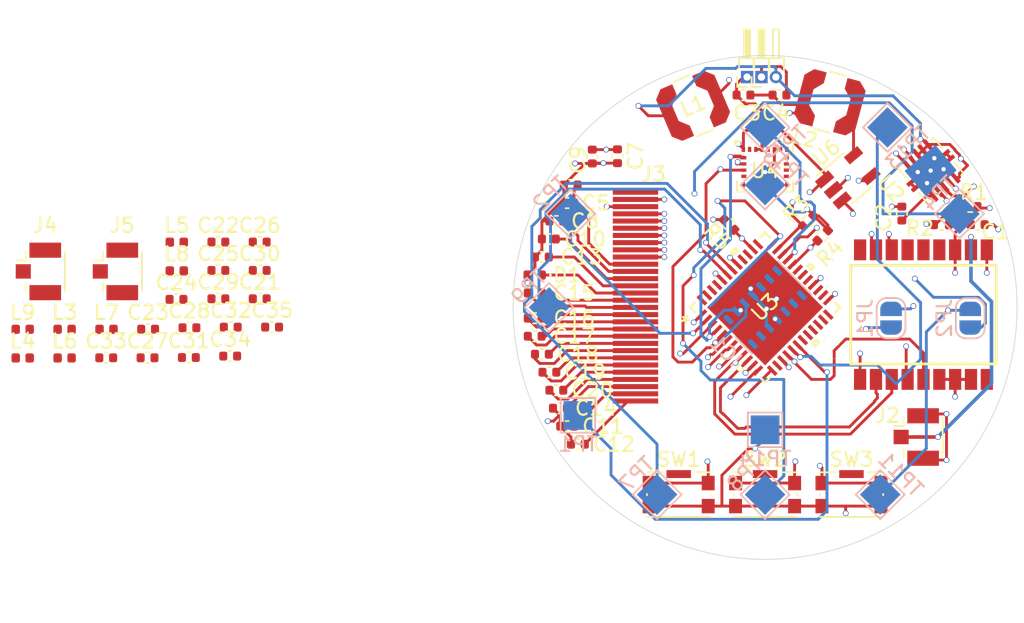
<source format=kicad_pcb>
(kicad_pcb (version 20171130) (host pcbnew 5.1.9)
  (layers (0 F.Cu signal) (1 In1.Cu signal) (2 In2.Cu signal) (31 B.Cu signal) (34 B.Paste user) (35 F.Paste user) (36 B.SilkS user hide) (37 F.SilkS user) (38 B.Mask user) (39 F.Mask user) (44 Edge.Cuts user))
  (net 0 "")
  (net 1 GND)
  (net 2 "Net-(C1-Pad1)")
  (net 3 "Net-(C2-Pad2)")
  (net 4 SDA)
  (net 5 SCL)
  (net 6 +3V3)
  (net 7 "Net-(JP1-Pad1)")
  (net 8 "Net-(L1-Pad2)")
  (net 9 "Net-(R1-Pad2)")
  (net 10 "Net-(U2-Pad11)")
  (net 11 "Net-(TP1-Pad1)")
  (net 12 "Net-(TP2-Pad1)")
  (net 13 "Net-(TP4-Pad1)")
  (net 14 "Net-(TP7-Pad1)")
  (net 15 "Net-(TP8-Pad1)")
  (net 16 "Net-(TP9-Pad1)")
  (net 17 "Net-(BT1-Pad1)")
  (net 18 "Net-(JP2-Pad2)")
  (net 19 "Net-(L2-Pad1)")
  (net 20 RX)
  (net 21 TX)
  (net 22 RX1)
  (net 23 TX1)
  (net 24 "Net-(IC2-Pad11)")
  (net 25 "Net-(IC2-Pad5)")
  (net 26 "Net-(IC2-Pad4)")
  (net 27 "Net-(R3-Pad1)")
  (net 28 "Net-(R4-Pad1)")
  (net 29 "Net-(R5-Pad1)")
  (net 30 "Net-(C5-Pad2)")
  (net 31 "Net-(C8-Pad1)")
  (net 32 "Net-(C10-Pad1)")
  (net 33 "Net-(C11-Pad1)")
  (net 34 "Net-(C12-Pad1)")
  (net 35 "Net-(C13-Pad1)")
  (net 36 "Net-(C14-Pad1)")
  (net 37 "Net-(C15-Pad2)")
  (net 38 "Net-(C15-Pad1)")
  (net 39 "Net-(C16-Pad2)")
  (net 40 "Net-(C16-Pad1)")
  (net 41 "Net-(C17-Pad2)")
  (net 42 "Net-(C17-Pad1)")
  (net 43 "Net-(C18-Pad2)")
  (net 44 "Net-(C18-Pad1)")
  (net 45 "Net-(C19-Pad2)")
  (net 46 "Net-(C19-Pad1)")
  (net 47 "Net-(C20-Pad2)")
  (net 48 "Net-(C20-Pad1)")
  (net 49 "Net-(D1-Pad1)")
  (net 50 SPI1-SCK)
  (net 51 SPI1-MOSI)
  (net 52 "Net-(J3-Pad10)")
  (net 53 "Net-(J3-Pad9)")
  (net 54 "Net-(J3-Pad8)")
  (net 55 "Net-(J3-Pad7)")
  (net 56 "Net-(J3-Pad6)")
  (net 57 VR_PA)
  (net 58 "Net-(C23-Pad1)")
  (net 59 "Net-(C24-Pad2)")
  (net 60 "Net-(C26-Pad2)")
  (net 61 "Net-(C27-Pad2)")
  (net 62 "Net-(C28-Pad2)")
  (net 63 RFI_P)
  (net 64 "Net-(C29-Pad1)")
  (net 65 "Net-(C30-Pad2)")
  (net 66 "Net-(C31-Pad2)")
  (net 67 "Net-(C34-Pad1)")
  (net 68 "Net-(C35-Pad1)")
  (net 69 RFO_HP)
  (module Capacitor_SMD:C_0402_1005Metric (layer F.Cu) (at 109 35.75 180)
    (fp_text reference C16 (at -2.75 0) (layer F.SilkS))
    (fp_text value 0.1uF hide)
    (pad 2 smd roundrect (at 0.48 0 180) (size 0.56 0.62) (layers F.Cu F.Paste F.Mask) (net 39 "Net-(C16-Pad2)"))
    (pad 1 smd roundrect (at -0.48 0 180) (size 0.56 0.62) (layers F.Cu F.Paste F.Mask) (net 40 "Net-(C16-Pad1)"))
  )
  (module TestPoint:TestPoint_Pad_2.0x2.0mm (layer B.Cu) (at 133.5 22.5 45)
    (fp_text reference TP13 (at 0 1.998 45) (layer B.SilkS) (effects (justify mirror)))
    (fp_text value TX)
    (pad 1 smd rect (at 0 0 45) (size 2 2) (layers B.Cu B.Mask) (net 21 TX))
  )
  (module Capacitor_SMD:C_0402_1005Metric (layer F.Cu) (at 111.25 27.75)
    (fp_text reference C5 (at 2 0) (layer F.SilkS))
    (fp_text value 0.1uF)
    (pad 2 smd roundrect (at 0.48 0) (size 0.56 0.62) (layers F.Cu F.Paste F.Mask) (net 30 "Net-(C5-Pad2)"))
    (pad 1 smd roundrect (at -0.48 0) (size 0.56 0.62) (layers F.Cu F.Paste F.Mask) (net 1 GND))
  )
  (module TestPoint:TestPoint_Pad_2.0x2.0mm (layer B.Cu) (at 117.5 48 225)
    (fp_text reference TP7 (at 0 1.998 45) (layer B.SilkS) (effects (justify mirror)))
    (fp_text value JTCK-SWDIO)
    (pad 1 smd rect (at 0 0 225) (size 2 2) (layers B.Cu B.Mask) (net 14 "Net-(TP7-Pad1)"))
  )
  (module TestPoint:TestPoint_Pad_2.0x2.0mm (layer B.Cu) (at 125 43.5)
    (fp_text reference TP14 (at 0 1.998) (layer B.SilkS) (effects (justify mirror)))
    (fp_text value 3.3V)
    (pad 1 smd rect (at 0 0) (size 2 2) (layers B.Cu B.Mask) (net 6 +3V3))
  )
  (module Package_TO_SOT_SMD:TSOT-23-5 (layer F.Cu) (at 130.75 26 40)
    (fp_text reference U6 (at -0.024188 -2.304759 40) (layer F.SilkS))
    (fp_text value ADP2108AUJ-3.3 hide)
    (pad 5 smd rect (at 1.31 -0.95 40) (size 1.22 0.65) (layers F.Cu F.Paste F.Mask) (net 19 "Net-(L2-Pad1)"))
    (pad 4 smd rect (at 1.31 0.95 40) (size 1.22 0.65) (layers F.Cu F.Paste F.Mask) (net 6 +3V3))
    (pad 3 smd rect (at -1.31 0.95 40) (size 1.22 0.65) (layers F.Cu F.Paste F.Mask) (net 18 "Net-(JP2-Pad2)"))
    (pad 2 smd rect (at -1.31 0 40) (size 1.22 0.65) (layers F.Cu F.Paste F.Mask) (net 1 GND))
    (pad 1 smd rect (at -1.31 -0.95 40) (size 1.22 0.65) (layers F.Cu F.Paste F.Mask) (net 17 "Net-(BT1-Pad1)"))
  )
  (module Jumper:SolderJumper-2_P1.3mm_Open_RoundedPad1.0x1.5mm (layer B.Cu) (at 139.25 35.75 270)
    (fp_text reference JP2 (at 0 1.8 270) (layer B.SilkS) (effects (justify mirror)))
    (fp_text value "BAT EN")
    (pad 2 smd custom (at 0.65 0 270) (size 1 0.5) (layers B.Cu B.Mask) (net 18 "Net-(JP2-Pad2)") (options (clearance outline) (anchor rect)) (primitives (gr_circle (center 0 -0.25) (end 0.5 -0.25) (width 0)) (gr_circle (center 0 0.25) (end 0.5 0.25) (width 0)) (gr_poly (pts (xy 0 0.75) (xy -0.5 0.75) (xy -0.5 -0.75) (xy 0 -0.75)) (width 0))))
    (pad 1 smd custom (at -0.65 0 270) (size 1 0.5) (layers B.Cu B.Mask) (net 17 "Net-(BT1-Pad1)") (options (clearance outline) (anchor rect)) (primitives (gr_circle (center 0 -0.25) (end 0.5 -0.25) (width 0)) (gr_circle (center 0 0.25) (end 0.5 0.25) (width 0)) (gr_poly (pts (xy 0 0.75) (xy 0.5 0.75) (xy 0.5 -0.75) (xy 0 -0.75)) (width 0))))
  )
  (module libs:STM32WL55CCU7 (layer F.Cu) (at 125 35 45)
    (fp_text reference U3 (at 0 0 45) (layer F.SilkS))
    (fp_text value STM32WL55CCU7 hide)
    (fp_text user * (at -4.4958 -3.000756 45) (layer F.SilkS))
    (fp_text user * (at -4.4958 -3.000756 45) (layer F.SilkS))
    (pad 49 smd rect (at 0 0 45) (size 5.6896 5.6896) (layers F.Cu F.Paste F.Mask) (net 1 GND))
    (pad 48 smd rect (at -2.750693 -3.4544 45) (size 0.254 0.8128) (layers F.Cu F.Paste F.Mask))
    (pad 47 smd rect (at -2.250567 -3.4544 45) (size 0.254 0.8128) (layers F.Cu F.Paste F.Mask))
    (pad 46 smd rect (at -1.750441 -3.4544 45) (size 0.254 0.8128) (layers F.Cu F.Paste F.Mask))
    (pad 45 smd rect (at -1.250315 -3.4544 45) (size 0.254 0.8128) (layers F.Cu F.Paste F.Mask))
    (pad 44 smd rect (at -0.750189 -3.4544 45) (size 0.254 0.8128) (layers F.Cu F.Paste F.Mask) (net 6 +3V3))
    (pad 43 smd rect (at -0.250063 -3.4544 45) (size 0.254 0.8128) (layers F.Cu F.Paste F.Mask) (net 16 "Net-(TP9-Pad1)"))
    (pad 42 smd rect (at 0.250063 -3.4544 45) (size 0.254 0.8128) (layers F.Cu F.Paste F.Mask) (net 14 "Net-(TP7-Pad1)"))
    (pad 41 smd rect (at 0.750189 -3.4544 45) (size 0.254 0.8128) (layers F.Cu F.Paste F.Mask) (net 6 +3V3))
    (pad 40 smd rect (at 1.250315 -3.4544 45) (size 0.254 0.8128) (layers F.Cu F.Paste F.Mask))
    (pad 39 smd rect (at 1.750441 -3.4544 45) (size 0.254 0.8128) (layers F.Cu F.Paste F.Mask))
    (pad 38 smd rect (at 2.250567 -3.4544 45) (size 0.254 0.8128) (layers F.Cu F.Paste F.Mask) (net 29 "Net-(R5-Pad1)"))
    (pad 37 smd rect (at 2.750693 -3.4544 45) (size 0.254 0.8128) (layers F.Cu F.Paste F.Mask))
    (pad 36 smd rect (at 3.4544 -2.750693 135) (size 0.254 0.8128) (layers F.Cu F.Paste F.Mask) (net 15 "Net-(TP8-Pad1)"))
    (pad 35 smd rect (at 3.4544 -2.250567 135) (size 0.254 0.8128) (layers F.Cu F.Paste F.Mask) (net 27 "Net-(R3-Pad1)"))
    (pad 34 smd rect (at 3.4544 -1.750441 135) (size 0.254 0.8128) (layers F.Cu F.Paste F.Mask) (net 55 "Net-(J3-Pad7)"))
    (pad 33 smd rect (at 3.4544 -1.250315 135) (size 0.254 0.8128) (layers F.Cu F.Paste F.Mask) (net 20 RX))
    (pad 32 smd rect (at 3.4544 -0.750189 135) (size 0.254 0.8128) (layers F.Cu F.Paste F.Mask) (net 28 "Net-(R4-Pad1)"))
    (pad 31 smd rect (at 3.4544 -0.250063 135) (size 0.254 0.8128) (layers F.Cu F.Paste F.Mask))
    (pad 30 smd rect (at 3.4544 0.250063 135) (size 0.254 0.8128) (layers F.Cu F.Paste F.Mask))
    (pad 29 smd rect (at 3.4544 0.750189 135) (size 0.254 0.8128) (layers F.Cu F.Paste F.Mask))
    (pad 28 smd rect (at 3.4544 1.250315 135) (size 0.254 0.8128) (layers F.Cu F.Paste F.Mask) (net 6 +3V3))
    (pad 27 smd rect (at 3.4544 1.750441 135) (size 0.254 0.8128) (layers F.Cu F.Paste F.Mask))
    (pad 26 smd rect (at 3.4544 2.250567 135) (size 0.254 0.8128) (layers F.Cu F.Paste F.Mask))
    (pad 25 smd rect (at 3.4544 2.750693 135) (size 0.254 0.8128) (layers F.Cu F.Paste F.Mask) (net 6 +3V3))
    (pad 24 smd rect (at 2.750693 3.4544 45) (size 0.254 0.8128) (layers F.Cu F.Paste F.Mask) (net 57 VR_PA))
    (pad 23 smd rect (at 2.250567 3.4544 45) (size 0.254 0.8128) (layers F.Cu F.Paste F.Mask) (net 69 RFO_HP))
    (pad 22 smd rect (at 1.750441 3.4544 45) (size 0.254 0.8128) (layers F.Cu F.Paste F.Mask))
    (pad 21 smd rect (at 1.250315 3.4544 45) (size 0.254 0.8128) (layers F.Cu F.Paste F.Mask))
    (pad 20 smd rect (at 0.750189 3.4544 45) (size 0.254 0.8128) (layers F.Cu F.Paste F.Mask) (net 63 RFI_P))
    (pad 19 smd rect (at 0.250063 3.4544 45) (size 0.254 0.8128) (layers F.Cu F.Paste F.Mask))
    (pad 18 smd rect (at -0.250063 3.4544 45) (size 0.254 0.8128) (layers F.Cu F.Paste F.Mask) (net 11 "Net-(TP1-Pad1)"))
    (pad 17 smd rect (at -0.750189 3.4544 45) (size 0.254 0.8128) (layers F.Cu F.Paste F.Mask) (net 21 TX))
    (pad 16 smd rect (at -1.250315 3.4544 45) (size 0.254 0.8128) (layers F.Cu F.Paste F.Mask) (net 25 "Net-(IC2-Pad5)"))
    (pad 15 smd rect (at -1.750441 3.4544 45) (size 0.254 0.8128) (layers F.Cu F.Paste F.Mask) (net 26 "Net-(IC2-Pad4)"))
    (pad 14 smd rect (at -2.250567 3.4544 45) (size 0.254 0.8128) (layers F.Cu F.Paste F.Mask))
    (pad 13 smd rect (at -2.750693 3.4544 45) (size 0.254 0.8128) (layers F.Cu F.Paste F.Mask) (net 50 SPI1-SCK))
    (pad 12 smd rect (at -3.4544 2.750693 135) (size 0.254 0.8128) (layers F.Cu F.Paste F.Mask) (net 56 "Net-(J3-Pad6)"))
    (pad 11 smd rect (at -3.4544 2.250567 135) (size 0.254 0.8128) (layers F.Cu F.Paste F.Mask) (net 6 +3V3))
    (pad 10 smd rect (at -3.4544 1.750441 135) (size 0.254 0.8128) (layers F.Cu F.Paste F.Mask) (net 22 RX1))
    (pad 9 smd rect (at -3.4544 1.250315 135) (size 0.254 0.8128) (layers F.Cu F.Paste F.Mask) (net 23 TX1))
    (pad 8 smd rect (at -3.4544 0.750189 135) (size 0.254 0.8128) (layers F.Cu F.Paste F.Mask) (net 52 "Net-(J3-Pad10)"))
    (pad 7 smd rect (at -3.4544 0.250063 135) (size 0.254 0.8128) (layers F.Cu F.Paste F.Mask) (net 53 "Net-(J3-Pad9)"))
    (pad 6 smd rect (at -3.4544 -0.250063 135) (size 0.254 0.8128) (layers F.Cu F.Paste F.Mask) (net 54 "Net-(J3-Pad8)"))
    (pad 5 smd rect (at -3.4544 -0.750189 135) (size 0.254 0.8128) (layers F.Cu F.Paste F.Mask) (net 4 SDA))
    (pad 4 smd rect (at -3.4544 -1.250315 135) (size 0.254 0.8128) (layers F.Cu F.Paste F.Mask) (net 5 SCL))
    (pad 3 smd rect (at -3.4544 -1.750441 135) (size 0.254 0.8128) (layers F.Cu F.Paste F.Mask) (net 51 SPI1-MOSI))
    (pad 2 smd rect (at -3.4544 -2.250567 135) (size 0.254 0.8128) (layers F.Cu F.Paste F.Mask) (net 12 "Net-(TP2-Pad1)"))
    (pad 1 smd rect (at -3.4544 -2.750693 135) (size 0.254 0.8128) (layers F.Cu F.Paste F.Mask) (net 13 "Net-(TP4-Pad1)"))
  )
  (module TestPoint:TestPoint_Pad_2.0x2.0mm (layer B.Cu) (at 125 26.5 135)
    (fp_text reference TP10 (at 0 1.998 135) (layer B.SilkS) (effects (justify mirror)))
    (fp_text value GND)
    (pad 1 smd rect (at 0 0 135) (size 2 2) (layers B.Cu B.Mask) (net 1 GND))
  )
  (module TestPoint:TestPoint_Pad_2.0x2.0mm (layer B.Cu) (at 138.5 28.5 225)
    (fp_text reference TP4 (at 0 1.998 45) (layer B.SilkS) (effects (justify mirror)))
    (fp_text value JTO-SWO)
    (pad 1 smd rect (at 0 0 225) (size 2 2) (layers B.Cu B.Mask) (net 13 "Net-(TP4-Pad1)"))
  )
  (module Capacitor_SMD:C_0402_1005Metric (layer F.Cu) (at 111.25 43.25 180)
    (fp_text reference C11 (at -2.5 0) (layer F.SilkS))
    (fp_text value 0.1uF hide)
    (pad 2 smd roundrect (at 0.48 0 180) (size 0.56 0.62) (layers F.Cu F.Paste F.Mask) (net 1 GND))
    (pad 1 smd roundrect (at -0.48 0 180) (size 0.56 0.62) (layers F.Cu F.Paste F.Mask) (net 33 "Net-(C11-Pad1)"))
  )
  (module TestPoint:TestPoint_Pad_2.0x2.0mm (layer B.Cu) (at 133 48 135)
    (fp_text reference TP11 (at 0 1.998 135) (layer B.SilkS) (effects (justify mirror)))
    (fp_text value BATT)
    (pad 1 smd rect (at 0 0 135) (size 2 2) (layers B.Cu B.Mask) (net 17 "Net-(BT1-Pad1)"))
  )
  (module OptoDevice:Maxim_OLGA-14_3.3x5.6mm_P0.8mm (layer B.Cu) (at 125 35 315)
    (fp_text reference IC1 (at 0.22 4.07 315) (layer B.SilkS) (effects (justify mirror)))
    (fp_text value MAX30102)
    (pad 14 smd roundrect (at 1.2 2.4 315) (size 0.75 0.35) (layers B.Cu B.Paste B.Mask))
    (pad 13 smd roundrect (at 1.2 1.6 315) (size 0.75 0.35) (layers B.Cu B.Paste B.Mask))
    (pad 12 smd roundrect (at 1.2 0.8 315) (size 0.75 0.35) (layers B.Cu B.Paste B.Mask) (net 1 GND))
    (pad 11 smd roundrect (at 1.2 0 315) (size 0.75 0.35) (layers B.Cu B.Paste B.Mask))
    (pad 10 smd roundrect (at 1.2 -0.8 315) (size 0.75 0.35) (layers B.Cu B.Paste B.Mask))
    (pad 9 smd roundrect (at 1.2 -1.6 315) (size 0.75 0.35) (layers B.Cu B.Paste B.Mask))
    (pad 8 smd roundrect (at 1.2 -2.4 315) (size 0.75 0.35) (layers B.Cu B.Paste B.Mask))
    (pad 7 smd roundrect (at -1.2 -2.4 315) (size 0.75 0.35) (layers B.Cu B.Paste B.Mask))
    (pad 6 smd roundrect (at -1.2 -1.6 315) (size 0.75 0.35) (layers B.Cu B.Paste B.Mask))
    (pad 5 smd roundrect (at -1.2 -0.8 315) (size 0.75 0.35) (layers B.Cu B.Paste B.Mask))
    (pad 4 smd roundrect (at -1.2 0 315) (size 0.75 0.35) (layers B.Cu B.Paste B.Mask) (net 1 GND))
    (pad 3 smd roundrect (at -1.2 0.8 315) (size 0.75 0.35) (layers B.Cu B.Paste B.Mask) (net 4 SDA))
    (pad 2 smd roundrect (at -1.2 1.6 315) (size 0.75 0.35) (layers B.Cu B.Paste B.Mask) (net 5 SCL))
    (pad 1 smd roundrect (at -1.2 2.4 315) (size 0.75 0.35) (layers B.Cu B.Paste B.Mask))
  )
  (module Inductor_SMD:L_0402_1005Metric (layer F.Cu) (at 79.26 36.52)
    (fp_text reference L7 (at 0 -1.17) (layer F.SilkS))
    (fp_text value 1uH)
    (pad 2 smd roundrect (at 0.485 0) (size 0.59 0.64) (layers F.Cu F.Paste F.Mask) (net 64 "Net-(C29-Pad1)"))
    (pad 1 smd roundrect (at -0.485 0) (size 0.59 0.64) (layers F.Cu F.Paste F.Mask) (net 60 "Net-(C26-Pad2)"))
  )
  (module Inductor_SMD:L_0402_1005Metric (layer F.Cu) (at 76.35 38.51)
    (fp_text reference L6 (at 0 -1.17) (layer F.SilkS))
    (fp_text value 1uH)
    (pad 2 smd roundrect (at 0.485 0) (size 0.59 0.64) (layers F.Cu F.Paste F.Mask) (net 63 RFI_P))
    (pad 1 smd roundrect (at -0.485 0) (size 0.59 0.64) (layers F.Cu F.Paste F.Mask) (net 61 "Net-(C27-Pad2)"))
  )
  (module TestPoint:TestPoint_Pad_2.0x2.0mm (layer B.Cu) (at 111.5 28.5 225)
    (fp_text reference TP2 (at 0 1.998 45) (layer B.SilkS) (effects (justify mirror)))
    (fp_text value JTRST)
    (pad 1 smd rect (at 0 0 225) (size 2 2) (layers B.Cu B.Mask) (net 12 "Net-(TP2-Pad1)"))
  )
  (module Inductor_SMD:L_Coilcraft_LPS4018 (layer F.Cu) (at 129.5 20.75 165)
    (fp_text reference L2 (at 1.043323 -2.867748 165) (layer F.SilkS))
    (fp_text value 1uH hide)
    (pad 1 smd custom (at -1.765 0 165) (size 0.87 2.79) (layers F.Cu F.Paste F.Mask) (net 19 "Net-(L2-Pad1)") (options (clearance outline) (anchor rect)) (primitives (gr_poly (pts (xy -0.435 -1.395) (xy 0.125 -1.945) (xy 1.015 -1.945) (xy 1.015 -1.17) (xy 0.435 -0.575) (xy 0.435 0.575) (xy 1.015 1.17) (xy 1.015 1.945) (xy 0.125 1.945) (xy -0.435 1.395)) (width 0))))
    (pad 2 smd custom (at 1.765 0 165) (size 0.87 2.79) (layers F.Cu F.Paste F.Mask) (net 6 +3V3) (options (clearance outline) (anchor rect)) (primitives (gr_poly (pts (xy 0.435 -1.395) (xy -0.125 -1.945) (xy -1.015 -1.945) (xy -1.015 -1.17) (xy -0.435 -0.575) (xy -0.435 0.575) (xy -1.015 1.17) (xy -1.015 1.945) (xy -0.125 1.945) (xy 0.435 1.395)) (width 0))))
  )
  (module Capacitor_SMD:C_0402_1005Metric (layer F.Cu) (at 134.5 28.48 270)
    (fp_text reference C2 (at 0.27 1.25 90) (layer F.SilkS))
    (fp_text value 0.1uF hide)
    (pad 2 smd roundrect (at 0.48 0 270) (size 0.56 0.62) (layers F.Cu F.Paste F.Mask) (net 3 "Net-(C2-Pad2)"))
    (pad 1 smd roundrect (at -0.48 0 270) (size 0.56 0.62) (layers F.Cu F.Paste F.Mask) (net 1 GND))
  )
  (module Resistor_SMD:R_0402_1005Metric (layer F.Cu) (at 129 30 45)
    (fp_text reference R4 (at -0.53033 1.237437 45) (layer F.SilkS))
    (fp_text value R_US hide)
    (pad 2 smd roundrect (at 0.51 0 45) (size 0.54 0.64) (layers F.Cu F.Paste F.Mask) (net 1 GND))
    (pad 1 smd roundrect (at -0.51 0 45) (size 0.54 0.64) (layers F.Cu F.Paste F.Mask) (net 28 "Net-(R4-Pad1)"))
  )
  (module TestPoint:TestPoint_Pad_2.0x2.0mm (layer B.Cu) (at 125 22.5 45)
    (fp_text reference TP12 (at 0 1.998 45) (layer B.SilkS) (effects (justify mirror)))
    (fp_text value RX)
    (pad 1 smd rect (at 0 0 45) (size 2 2) (layers B.Cu B.Mask) (net 20 RX))
  )
  (module Resistor_SMD:R_0402_1005Metric (layer F.Cu) (at 122.5 29.25 135)
    (fp_text reference R5 (at 0 -1.17 135) (layer F.SilkS))
    (fp_text value R_US hide)
    (pad 2 smd roundrect (at 0.51 0 135) (size 0.54 0.64) (layers F.Cu F.Paste F.Mask) (net 1 GND))
    (pad 1 smd roundrect (at -0.51 0 135) (size 0.54 0.64) (layers F.Cu F.Paste F.Mask) (net 29 "Net-(R5-Pad1)"))
  )
  (module Button_Switch_SMD:SW_Push_1P1T-SH_NO_CK_KMR2xxG (layer F.Cu) (at 131 48)
    (fp_text reference SW3 (at 0 -2.45) (layer F.SilkS))
    (fp_text value SW_DIP_x01)
    (pad SH smd rect (at 0 -1.425) (size 1.7 0.55) (layers F.Cu F.Paste F.Mask))
    (pad 1 smd rect (at -2.05 -0.8) (size 0.9 1) (layers F.Cu F.Paste F.Mask) (net 29 "Net-(R5-Pad1)"))
    (pad 2 smd rect (at -2.05 0.8) (size 0.9 1) (layers F.Cu F.Paste F.Mask) (net 6 +3V3))
    (pad 1 smd rect (at 2.05 -0.8) (size 0.9 1) (layers F.Cu F.Paste F.Mask) (net 29 "Net-(R5-Pad1)"))
    (pad 2 smd rect (at 2.05 0.8) (size 0.9 1) (layers F.Cu F.Paste F.Mask) (net 6 +3V3))
  )
  (module libs:SON110P970X1010X230-18N (layer F.Cu) (at 136 35.5 90)
    (fp_text reference IC2 (at -2.54 -6.35 90) (layer F.SilkS) (effects (font (thickness 0.015))))
    (fp_text value TESEO-LIV3F)
    (pad 18 smd rect (at 4.5 -4.4 90) (size 1.45 0.85) (layers F.Cu F.Paste F.Mask))
    (pad 17 smd rect (at 4.5 -3.3 90) (size 1.45 0.85) (layers F.Cu F.Paste F.Mask) (net 5 SCL))
    (pad 16 smd rect (at 4.5 -2.2 90) (size 1.45 0.85) (layers F.Cu F.Paste F.Mask) (net 4 SDA))
    (pad 15 smd rect (at 4.5 -1.1 90) (size 1.45 0.85) (layers F.Cu F.Paste F.Mask))
    (pad 14 smd rect (at 4.5 0 90) (size 1.45 0.85) (layers F.Cu F.Paste F.Mask))
    (pad 13 smd rect (at 4.5 1.1 90) (size 1.45 0.85) (layers F.Cu F.Paste F.Mask))
    (pad 12 smd rect (at 4.5 2.2 90) (size 1.45 0.85) (layers F.Cu F.Paste F.Mask) (net 1 GND))
    (pad 11 smd rect (at 4.5 3.3 90) (size 1.45 0.85) (layers F.Cu F.Paste F.Mask) (net 24 "Net-(IC2-Pad11)"))
    (pad 10 smd rect (at 4.5 4.4 90) (size 1.45 0.85) (layers F.Cu F.Paste F.Mask) (net 1 GND))
    (pad 9 smd rect (at -4.5 4.4 90) (size 1.45 0.85) (layers F.Cu F.Paste F.Mask))
    (pad 8 smd rect (at -4.5 3.3 90) (size 1.45 0.85) (layers F.Cu F.Paste F.Mask) (net 6 +3V3))
    (pad 7 smd rect (at -4.5 2.2 90) (size 1.45 0.85) (layers F.Cu F.Paste F.Mask) (net 6 +3V3))
    (pad 6 smd rect (at -4.5 1.1 90) (size 1.45 0.85) (layers F.Cu F.Paste F.Mask) (net 6 +3V3))
    (pad 5 smd rect (at -4.5 0 90) (size 1.45 0.85) (layers F.Cu F.Paste F.Mask) (net 25 "Net-(IC2-Pad5)"))
    (pad 4 smd rect (at -4.5 -1.1 90) (size 1.45 0.85) (layers F.Cu F.Paste F.Mask) (net 26 "Net-(IC2-Pad4)"))
    (pad 3 smd rect (at -4.5 -2.2 90) (size 1.45 0.85) (layers F.Cu F.Paste F.Mask) (net 23 TX1))
    (pad 2 smd rect (at -4.5 -3.3 90) (size 1.45 0.85) (layers F.Cu F.Paste F.Mask) (net 22 RX1))
    (pad 1 smd rect (at -4.5 -4.4 90) (size 1.45 0.85) (layers F.Cu F.Paste F.Mask) (net 1 GND))
  )
  (module Capacitor_SMD:C_0402_1005Metric (layer F.Cu) (at 110.02 39.5 180)
    (fp_text reference C19 (at -2.48 0) (layer F.SilkS))
    (fp_text value 0.1uF hide)
    (pad 2 smd roundrect (at 0.48 0 180) (size 0.56 0.62) (layers F.Cu F.Paste F.Mask) (net 45 "Net-(C19-Pad2)"))
    (pad 1 smd roundrect (at -0.48 0 180) (size 0.56 0.62) (layers F.Cu F.Paste F.Mask) (net 46 "Net-(C19-Pad1)"))
  )
  (module Inductor_SMD:L_Coilcraft_LPS4018 (layer F.Cu) (at 120 21 23)
    (fp_text reference L1 (at 0 0 23) (layer F.SilkS))
    (fp_text value 2.2uH hide)
    (pad 1 smd custom (at -1.765 0 23) (size 0.87 2.79) (layers F.Cu F.Paste F.Mask) (net 2 "Net-(C1-Pad1)") (options (clearance outline) (anchor rect)) (primitives (gr_poly (pts (xy -0.435 -1.395) (xy 0.125 -1.945) (xy 1.015 -1.945) (xy 1.015 -1.17) (xy 0.435 -0.575) (xy 0.435 0.575) (xy 1.015 1.17) (xy 1.015 1.945) (xy 0.125 1.945) (xy -0.435 1.395)) (width 0))))
    (pad 2 smd custom (at 1.765 0 23) (size 0.87 2.79) (layers F.Cu F.Paste F.Mask) (net 8 "Net-(L1-Pad2)") (options (clearance outline) (anchor rect)) (primitives (gr_poly (pts (xy 0.435 -1.395) (xy -0.125 -1.945) (xy -1.015 -1.945) (xy -1.015 -1.17) (xy -0.435 -0.575) (xy -0.435 0.575) (xy -1.015 1.17) (xy -1.015 1.945) (xy -0.125 1.945) (xy 0.435 1.395)) (width 0))))
  )
  (module Button_Switch_SMD:SW_Push_1P1T-SH_NO_CK_KMR2xxG (layer F.Cu) (at 119 48)
    (fp_text reference SW1 (at 0 -2.45) (layer F.SilkS))
    (fp_text value SW_DIP_x01)
    (pad SH smd rect (at 0 -1.425) (size 1.7 0.55) (layers F.Cu F.Paste F.Mask))
    (pad 1 smd rect (at -2.05 -0.8) (size 0.9 1) (layers F.Cu F.Paste F.Mask) (net 27 "Net-(R3-Pad1)"))
    (pad 2 smd rect (at -2.05 0.8) (size 0.9 1) (layers F.Cu F.Paste F.Mask) (net 6 +3V3))
    (pad 1 smd rect (at 2.05 -0.8) (size 0.9 1) (layers F.Cu F.Paste F.Mask) (net 27 "Net-(R3-Pad1)"))
    (pad 2 smd rect (at 2.05 0.8) (size 0.9 1) (layers F.Cu F.Paste F.Mask) (net 6 +3V3))
  )
  (module Capacitor_SMD:C_0402_1005Metric (layer F.Cu) (at 87.03 32.43)
    (fp_text reference C25 (at 0 -1.16) (layer F.SilkS))
    (fp_text value 0.1uF)
    (pad 2 smd roundrect (at 0.48 0) (size 0.56 0.62) (layers F.Cu F.Paste F.Mask) (net 1 GND))
    (pad 1 smd roundrect (at -0.48 0) (size 0.56 0.62) (layers F.Cu F.Paste F.Mask) (net 59 "Net-(C24-Pad2)"))
  )
  (module Capacitor_SMD:C_0402_1005Metric (layer F.Cu) (at 82.15 36.51)
    (fp_text reference C23 (at 0 -1.16) (layer F.SilkS))
    (fp_text value 0.1uF)
    (pad 2 smd roundrect (at 0.48 0) (size 0.56 0.62) (layers F.Cu F.Paste F.Mask) (net 1 GND))
    (pad 1 smd roundrect (at -0.48 0) (size 0.56 0.62) (layers F.Cu F.Paste F.Mask) (net 58 "Net-(C23-Pad1)"))
  )
  (module Connector_Coaxial:U.FL_Hirose_U.FL-R-SMT-1_Vertical (layer F.Cu) (at 135.5 44)
    (fp_text reference J2 (at -2 -1.5) (layer F.SilkS))
    (fp_text value Conn_Coaxial)
    (pad 2 smd rect (at 0.475 -1.475) (size 2.2 1.05) (layers F.Cu F.Paste F.Mask) (net 1 GND))
    (pad 1 smd rect (at -1.05 0) (size 1.05 1) (layers F.Cu F.Paste F.Mask) (net 24 "Net-(IC2-Pad11)"))
    (pad 2 smd rect (at 0.475 1.475) (size 2.2 1.05) (layers F.Cu F.Paste F.Mask) (net 1 GND))
  )
  (module Capacitor_SMD:C_0402_1005Metric (layer F.Cu) (at 109.5 31.5 180)
    (fp_text reference C13 (at -2.75 0) (layer F.SilkS))
    (fp_text value 0.1uF hide)
    (pad 2 smd roundrect (at 0.48 0 180) (size 0.56 0.62) (layers F.Cu F.Paste F.Mask) (net 1 GND))
    (pad 1 smd roundrect (at -0.48 0 180) (size 0.56 0.62) (layers F.Cu F.Paste F.Mask) (net 35 "Net-(C13-Pad1)"))
  )
  (module Jumper:SolderJumper-2_P1.3mm_Open_RoundedPad1.0x1.5mm (layer B.Cu) (at 133.75 35.75 270)
    (fp_text reference JP1 (at 0 1.8 270) (layer B.SilkS) (effects (justify mirror)))
    (fp_text value "PV EN")
    (pad 2 smd custom (at 0.65 0 270) (size 1 0.5) (layers B.Cu B.Mask) (net 17 "Net-(BT1-Pad1)") (options (clearance outline) (anchor rect)) (primitives (gr_circle (center 0 -0.25) (end 0.5 -0.25) (width 0)) (gr_circle (center 0 0.25) (end 0.5 0.25) (width 0)) (gr_poly (pts (xy 0 0.75) (xy -0.5 0.75) (xy -0.5 -0.75) (xy 0 -0.75)) (width 0))))
    (pad 1 smd custom (at -0.65 0 270) (size 1 0.5) (layers B.Cu B.Mask) (net 7 "Net-(JP1-Pad1)") (options (clearance outline) (anchor rect)) (primitives (gr_circle (center 0 -0.25) (end 0.5 -0.25) (width 0)) (gr_circle (center 0 0.25) (end 0.5 0.25) (width 0)) (gr_poly (pts (xy 0 0.75) (xy 0.5 0.75) (xy 0.5 -0.75) (xy 0 -0.75)) (width 0))))
  )
  (module Capacitor_SMD:C_0402_1005Metric (layer F.Cu) (at 110.75 42 180)
    (fp_text reference C14 (at -2.5 0) (layer F.SilkS))
    (fp_text value 2.2uF hide)
    (pad 2 smd roundrect (at 0.48 0 180) (size 0.56 0.62) (layers F.Cu F.Paste F.Mask) (net 1 GND))
    (pad 1 smd roundrect (at -0.48 0 180) (size 0.56 0.62) (layers F.Cu F.Paste F.Mask) (net 36 "Net-(C14-Pad1)"))
  )
  (module Capacitor_SMD:C_0402_1005Metric (layer F.Cu) (at 79.24 38.5)
    (fp_text reference C33 (at 0 -1.16) (layer F.SilkS))
    (fp_text value 0.1uF)
    (pad 2 smd roundrect (at 0.48 0) (size 0.56 0.62) (layers F.Cu F.Paste F.Mask) (net 1 GND))
    (pad 1 smd roundrect (at -0.48 0) (size 0.56 0.62) (layers F.Cu F.Paste F.Mask) (net 66 "Net-(C31-Pad2)"))
  )
  (module Capacitor_SMD:C_0402_1005Metric (layer F.Cu) (at 87.03 34.4)
    (fp_text reference C29 (at 0 -1.16) (layer F.SilkS))
    (fp_text value 0.1uF)
    (pad 2 smd roundrect (at 0.48 0) (size 0.56 0.62) (layers F.Cu F.Paste F.Mask) (net 1 GND))
    (pad 1 smd roundrect (at -0.48 0) (size 0.56 0.62) (layers F.Cu F.Paste F.Mask) (net 64 "Net-(C29-Pad1)"))
  )
  (module Connector_PinHeader_1.00mm:PinHeader_1x02_P1.00mm_Horizontal (layer F.Cu) (at 124.75 19 90)
    (fp_text reference J1 hide)
    (fp_text value "PV IN" hide)
    (pad 2 thru_hole oval (at 0 1 90) (size 0.85 0.85) (drill 0.5) (layers *.Cu *.Mask) (net 2 "Net-(C1-Pad1)"))
    (pad 1 thru_hole rect (at 0 0 90) (size 0.85 0.85) (drill 0.5) (layers *.Cu *.Mask) (net 1 GND))
  )
  (module Capacitor_SMD:C_0402_1005Metric (layer F.Cu) (at 82.11 38.5)
    (fp_text reference C27 (at 0 -1.16) (layer F.SilkS))
    (fp_text value 0.1uF)
    (pad 2 smd roundrect (at 0.48 0) (size 0.56 0.62) (layers F.Cu F.Paste F.Mask) (net 61 "Net-(C27-Pad2)"))
    (pad 1 smd roundrect (at -0.48 0) (size 0.56 0.62) (layers F.Cu F.Paste F.Mask) (net 1 GND))
  )
  (module TestPoint:TestPoint_Pad_2.0x2.0mm (layer B.Cu) (at 112 42.5)
    (fp_text reference TP1 (at 0 1.998) (layer B.SilkS) (effects (justify mirror)))
    (fp_text value NRST)
    (pad 1 smd rect (at 0 0) (size 2 2) (layers B.Cu B.Mask) (net 11 "Net-(TP1-Pad1)"))
  )
  (module TestPoint:TestPoint_Pad_2.0x2.0mm (layer B.Cu) (at 125 48 225)
    (fp_text reference TP8 (at 0 1.998 45) (layer B.SilkS) (effects (justify mirror)))
    (fp_text value JTMS-SWDIO)
    (pad 1 smd rect (at 0 0 225) (size 2 2) (layers B.Cu B.Mask) (net 15 "Net-(TP8-Pad1)"))
  )
  (module Inductor_SMD:L_0402_1005Metric (layer F.Cu) (at 84.14 30.47)
    (fp_text reference L5 (at 0 -1.17) (layer F.SilkS))
    (fp_text value 1uH)
    (pad 2 smd roundrect (at 0.485 0) (size 0.59 0.64) (layers F.Cu F.Paste F.Mask) (net 59 "Net-(C24-Pad2)"))
    (pad 1 smd roundrect (at -0.485 0) (size 0.59 0.64) (layers F.Cu F.Paste F.Mask) (net 58 "Net-(C23-Pad1)"))
  )
  (module Inductor_SMD:L_0402_1005Metric (layer F.Cu) (at 73.44 38.51)
    (fp_text reference L4 (at 0 -1.17) (layer F.SilkS))
    (fp_text value 1uH)
    (pad 2 smd roundrect (at 0.485 0) (size 0.59 0.64) (layers F.Cu F.Paste F.Mask) (net 57 VR_PA))
    (pad 1 smd roundrect (at -0.485 0) (size 0.59 0.64) (layers F.Cu F.Paste F.Mask) (net 58 "Net-(C23-Pad1)"))
  )
  (module Capacitor_SMD:C_0402_1005Metric (layer F.Cu) (at 109.5 38.25 180)
    (fp_text reference C18 (at -2.5 0) (layer F.SilkS))
    (fp_text value 0.1uF hide)
    (pad 2 smd roundrect (at 0.48 0 180) (size 0.56 0.62) (layers F.Cu F.Paste F.Mask) (net 43 "Net-(C18-Pad2)"))
    (pad 1 smd roundrect (at -0.48 0 180) (size 0.56 0.62) (layers F.Cu F.Paste F.Mask) (net 44 "Net-(C18-Pad1)"))
  )
  (module Capacitor_SMD:C_0402_1005Metric (layer F.Cu) (at 109 37 180)
    (fp_text reference C17 (at -2.75 0) (layer F.SilkS))
    (fp_text value 0.1uF hide)
    (pad 2 smd roundrect (at 0.48 0 180) (size 0.56 0.62) (layers F.Cu F.Paste F.Mask) (net 41 "Net-(C17-Pad2)"))
    (pad 1 smd roundrect (at -0.48 0 180) (size 0.56 0.62) (layers F.Cu F.Paste F.Mask) (net 42 "Net-(C17-Pad1)"))
  )
  (module Capacitor_SMD:C_0402_1005Metric (layer F.Cu) (at 89.9 34.4)
    (fp_text reference C21 (at 0 -1.16) (layer F.SilkS))
    (fp_text value 0.1uF)
    (pad 2 smd roundrect (at 0.48 0) (size 0.56 0.62) (layers F.Cu F.Paste F.Mask) (net 1 GND))
    (pad 1 smd roundrect (at -0.48 0) (size 0.56 0.62) (layers F.Cu F.Paste F.Mask) (net 57 VR_PA))
  )
  (module Capacitor_SMD:C_0402_1005Metric (layer F.Cu) (at 126 20.25)
    (fp_text reference C4 (at -0.25 1.25) (layer F.SilkS))
    (fp_text value 10uF hide)
    (pad 2 smd roundrect (at 0.48 0) (size 0.56 0.62) (layers F.Cu F.Paste F.Mask) (net 1 GND))
    (pad 1 smd roundrect (at -0.48 0) (size 0.56 0.62) (layers F.Cu F.Paste F.Mask) (net 6 +3V3))
  )
  (module Capacitor_SMD:C_0402_1005Metric (layer F.Cu) (at 110.5 29 180)
    (fp_text reference C8 (at -2 0) (layer F.SilkS))
    (fp_text value 0.1uF hide)
    (pad 2 smd roundrect (at 0.48 0 180) (size 0.56 0.62) (layers F.Cu F.Paste F.Mask) (net 1 GND))
    (pad 1 smd roundrect (at -0.48 0 180) (size 0.56 0.62) (layers F.Cu F.Paste F.Mask) (net 31 "Net-(C8-Pad1)"))
  )
  (module Capacitor_SMD:C_0402_1005Metric (layer F.Cu) (at 114.75 24.5 270)
    (fp_text reference C7 (at 0 -1.25 90) (layer F.SilkS))
    (fp_text value 4.7uF hide)
    (pad 2 smd roundrect (at 0.48 0 270) (size 0.56 0.62) (layers F.Cu F.Paste F.Mask) (net 1 GND))
    (pad 1 smd roundrect (at -0.48 0 270) (size 0.56 0.62) (layers F.Cu F.Paste F.Mask) (net 6 +3V3))
  )
  (module libs:waveshare_1.02 (layer F.Cu) (at 116 25)
    (fp_text reference J3 (at 1.25 0.75) (layer F.SilkS))
    (fp_text value Conn_01x30_Female)
    (pad 30 smd rect (at 0 16.5) (size 3.15 0.35) (layers F.Cu F.Paste F.Mask) (net 34 "Net-(C12-Pad1)"))
    (pad 29 smd rect (at 0 16) (size 3.15 0.35) (layers F.Cu F.Paste F.Mask) (net 33 "Net-(C11-Pad1)"))
    (pad 28 smd rect (at 0 15.5) (size 3.15 0.35) (layers F.Cu F.Paste F.Mask) (net 36 "Net-(C14-Pad1)"))
    (pad 27 smd rect (at 0 15) (size 3.15 0.35) (layers F.Cu F.Paste F.Mask) (net 47 "Net-(C20-Pad2)"))
    (pad 26 smd rect (at 0 14.5) (size 3.15 0.35) (layers F.Cu F.Paste F.Mask) (net 48 "Net-(C20-Pad1)"))
    (pad 25 smd rect (at 0 14) (size 3.15 0.35) (layers F.Cu F.Paste F.Mask) (net 45 "Net-(C19-Pad2)"))
    (pad 24 smd rect (at 0 13.5) (size 3.15 0.35) (layers F.Cu F.Paste F.Mask) (net 46 "Net-(C19-Pad1)"))
    (pad 23 smd rect (at 0 13) (size 3.15 0.35) (layers F.Cu F.Paste F.Mask) (net 43 "Net-(C18-Pad2)"))
    (pad 22 smd rect (at 0 12.5) (size 3.15 0.35) (layers F.Cu F.Paste F.Mask) (net 44 "Net-(C18-Pad1)"))
    (pad 21 smd rect (at 0 12) (size 3.15 0.35) (layers F.Cu F.Paste F.Mask) (net 41 "Net-(C17-Pad2)"))
    (pad 20 smd rect (at 0 11.5) (size 3.15 0.35) (layers F.Cu F.Paste F.Mask) (net 42 "Net-(C17-Pad1)"))
    (pad 19 smd rect (at 0 11) (size 3.15 0.35) (layers F.Cu F.Paste F.Mask) (net 39 "Net-(C16-Pad2)"))
    (pad 18 smd rect (at 0 10.5) (size 3.15 0.35) (layers F.Cu F.Paste F.Mask) (net 40 "Net-(C16-Pad1)"))
    (pad 17 smd rect (at 0 10) (size 3.15 0.35) (layers F.Cu F.Paste F.Mask) (net 37 "Net-(C15-Pad2)"))
    (pad 16 smd rect (at 0 9.5) (size 3.15 0.35) (layers F.Cu F.Paste F.Mask) (net 38 "Net-(C15-Pad1)"))
    (pad 15 smd rect (at 0 9) (size 3.15 0.35) (layers F.Cu F.Paste F.Mask) (net 49 "Net-(D1-Pad1)"))
    (pad 14 smd rect (at 0 8.5) (size 3.15 0.35) (layers F.Cu F.Paste F.Mask) (net 35 "Net-(C13-Pad1)"))
    (pad 13 smd rect (at 0 8) (size 3.15 0.35) (layers F.Cu F.Paste F.Mask) (net 32 "Net-(C10-Pad1)"))
    (pad 12 smd rect (at 0 7.5) (size 3.15 0.35) (layers F.Cu F.Paste F.Mask) (net 31 "Net-(C8-Pad1)"))
    (pad 11 smd rect (at 0 7) (size 3.15 0.35) (layers F.Cu F.Paste F.Mask) (net 30 "Net-(C5-Pad2)"))
    (pad 10 smd rect (at 0 6.5) (size 3.15 0.35) (layers F.Cu F.Paste F.Mask) (net 52 "Net-(J3-Pad10)"))
    (pad 9 smd rect (at 0 6) (size 3.15 0.35) (layers F.Cu F.Paste F.Mask) (net 53 "Net-(J3-Pad9)"))
    (pad 8 smd rect (at 0 5.5) (size 3.15 0.35) (layers F.Cu F.Paste F.Mask) (net 54 "Net-(J3-Pad8)"))
    (pad 7 smd rect (at 0 5) (size 3.15 0.35) (layers F.Cu F.Paste F.Mask) (net 55 "Net-(J3-Pad7)"))
    (pad 6 smd rect (at 0 4.5) (size 3.15 0.35) (layers F.Cu F.Paste F.Mask) (net 56 "Net-(J3-Pad6)"))
    (pad 5 smd rect (at 0 4) (size 3.15 0.35) (layers F.Cu F.Paste F.Mask) (net 50 SPI1-SCK))
    (pad 4 smd rect (at 0 3.5) (size 3.15 0.35) (layers F.Cu F.Paste F.Mask) (net 51 SPI1-MOSI))
    (pad 3 smd rect (at 0 3) (size 3.15 0.35) (layers F.Cu F.Paste F.Mask) (net 6 +3V3))
    (pad 2 smd rect (at 0 2.5) (size 3.15 0.35) (layers F.Cu F.Paste F.Mask) (net 1 GND))
    (pad 1 smd rect (at 0 2) (size 3.15 0.35) (layers F.Cu F.Paste F.Mask))
  )
  (module Connector_Coaxial:U.FL_Hirose_U.FL-R-SMT-1_Vertical (layer F.Cu) (at 79.88 32.5)
    (fp_text reference J5 (at 0.475 -3.2) (layer F.SilkS))
    (fp_text value RX)
    (pad 2 smd rect (at 0.475 -1.475) (size 2.2 1.05) (layers F.Cu F.Paste F.Mask) (net 1 GND))
    (pad 1 smd rect (at -1.05 0) (size 1.05 1) (layers F.Cu F.Paste F.Mask) (net 68 "Net-(C35-Pad1)"))
    (pad 2 smd rect (at 0.475 1.475) (size 2.2 1.05) (layers F.Cu F.Paste F.Mask) (net 1 GND))
  )
  (module Capacitor_SMD:C_0402_1005Metric (layer F.Cu) (at 110.5 40.75 180)
    (fp_text reference C20 (at -2.5 0) (layer F.SilkS))
    (fp_text value 0.1uF hide)
    (pad 2 smd roundrect (at 0.48 0 180) (size 0.56 0.62) (layers F.Cu F.Paste F.Mask) (net 47 "Net-(C20-Pad2)"))
    (pad 1 smd roundrect (at -0.48 0 180) (size 0.56 0.62) (layers F.Cu F.Paste F.Mask) (net 48 "Net-(C20-Pad1)"))
  )
  (module Capacitor_SMD:C_0402_1005Metric (layer F.Cu) (at 123.5 20.25)
    (fp_text reference C3 (at 0.25 1.25) (layer F.SilkS))
    (fp_text value 4.7uF hide)
    (pad 2 smd roundrect (at 0.48 0) (size 0.56 0.62) (layers F.Cu F.Paste F.Mask) (net 6 +3V3))
    (pad 1 smd roundrect (at -0.48 0) (size 0.56 0.62) (layers F.Cu F.Paste F.Mask) (net 17 "Net-(BT1-Pad1)"))
  )
  (module Connector_PinHeader_1.00mm:PinHeader_1x02_P1.00mm_Horizontal (layer F.Cu) (at 123.75 19 90)
    (fp_text reference BT1 hide)
    (fp_text value Battery_Cell)
    (pad 2 thru_hole oval (at 0 1 90) (size 0.85 0.85) (drill 0.5) (layers *.Cu *.Mask) (net 1 GND))
    (pad 1 thru_hole rect (at 0 0 90) (size 0.85 0.85) (drill 0.5) (layers *.Cu *.Mask) (net 17 "Net-(BT1-Pad1)"))
  )
  (module Capacitor_SMD:C_0402_1005Metric (layer F.Cu) (at 109 34 180)
    (fp_text reference C15 (at -2.75 0) (layer F.SilkS))
    (fp_text value 0.1uF hide)
    (pad 2 smd roundrect (at 0.48 0 180) (size 0.56 0.62) (layers F.Cu F.Paste F.Mask) (net 37 "Net-(C15-Pad2)"))
    (pad 1 smd roundrect (at -0.48 0 180) (size 0.56 0.62) (layers F.Cu F.Paste F.Mask) (net 38 "Net-(C15-Pad1)"))
  )
  (module Capacitor_SMD:C_0402_1005Metric (layer F.Cu) (at 85.02 36.41)
    (fp_text reference C28 (at 0 -1.16) (layer F.SilkS))
    (fp_text value 0.1uF)
    (pad 2 smd roundrect (at 0.48 0) (size 0.56 0.62) (layers F.Cu F.Paste F.Mask) (net 62 "Net-(C28-Pad2)"))
    (pad 1 smd roundrect (at -0.48 0) (size 0.56 0.62) (layers F.Cu F.Paste F.Mask) (net 63 RFI_P))
  )
  (module Capacitor_SMD:C_0402_1005Metric (layer F.Cu) (at 87.03 30.46)
    (fp_text reference C22 (at 0 -1.16) (layer F.SilkS))
    (fp_text value 0.1uF)
    (pad 2 smd roundrect (at 0.48 0) (size 0.56 0.62) (layers F.Cu F.Paste F.Mask) (net 1 GND))
    (pad 1 smd roundrect (at -0.48 0) (size 0.56 0.62) (layers F.Cu F.Paste F.Mask) (net 57 VR_PA))
  )
  (module Capacitor_SMD:C_0402_1005Metric (layer F.Cu) (at 87.89 36.37)
    (fp_text reference C32 (at 0 -1.16) (layer F.SilkS))
    (fp_text value 0.1uF)
    (pad 2 smd roundrect (at 0.48 0) (size 0.56 0.62) (layers F.Cu F.Paste F.Mask) (net 1 GND))
    (pad 1 smd roundrect (at -0.48 0) (size 0.56 0.62) (layers F.Cu F.Paste F.Mask) (net 65 "Net-(C30-Pad2)"))
  )
  (module Inductor_SMD:L_0402_1005Metric (layer F.Cu) (at 76.35 36.52)
    (fp_text reference L3 (at 0 -1.17) (layer F.SilkS))
    (fp_text value 1uH)
    (pad 2 smd roundrect (at 0.485 0) (size 0.59 0.64) (layers F.Cu F.Paste F.Mask) (net 69 RFO_HP))
    (pad 1 smd roundrect (at -0.485 0) (size 0.59 0.64) (layers F.Cu F.Paste F.Mask) (net 58 "Net-(C23-Pad1)"))
  )
  (module Resistor_SMD:R_0402_1005Metric (layer F.Cu) (at 128 29 45)
    (fp_text reference R3 (at 0 -1.17 45) (layer F.SilkS))
    (fp_text value R_US hide)
    (pad 2 smd roundrect (at 0.51 0 45) (size 0.54 0.64) (layers F.Cu F.Paste F.Mask) (net 1 GND))
    (pad 1 smd roundrect (at -0.51 0 45) (size 0.54 0.64) (layers F.Cu F.Paste F.Mask) (net 27 "Net-(R3-Pad1)"))
  )
  (module Package_LGA:LGA-24L_3x3.5mm_P0.43mm (layer F.Cu) (at 125 25.25)
    (fp_text reference U4 (at 0 0.25) (layer F.SilkS))
    (fp_text value LSM9DS1 hide)
    (pad 13 smd rect (at 1.505 1.225) (size 0.23 0.35) (layers F.Cu F.Paste F.Mask))
    (pad 12 smd rect (at 1.075 1.225) (size 0.23 0.35) (layers F.Cu F.Paste F.Mask))
    (pad 11 smd rect (at 0.645 1.225) (size 0.23 0.35) (layers F.Cu F.Paste F.Mask))
    (pad 10 smd rect (at 0.215 1.225) (size 0.23 0.35) (layers F.Cu F.Paste F.Mask))
    (pad 9 smd rect (at -0.215 1.225) (size 0.23 0.35) (layers F.Cu F.Paste F.Mask))
    (pad 8 smd rect (at -0.645 1.225) (size 0.23 0.35) (layers F.Cu F.Paste F.Mask))
    (pad 7 smd rect (at -1.075 1.225) (size 0.23 0.35) (layers F.Cu F.Paste F.Mask))
    (pad 6 smd rect (at -1.505 1.225) (size 0.23 0.35) (layers F.Cu F.Paste F.Mask))
    (pad 18 smd rect (at 1.505 -1.225) (size 0.23 0.35) (layers F.Cu F.Paste F.Mask))
    (pad 19 smd rect (at 1.075 -1.225) (size 0.23 0.35) (layers F.Cu F.Paste F.Mask) (net 1 GND))
    (pad 20 smd rect (at 0.645 -1.225) (size 0.23 0.35) (layers F.Cu F.Paste F.Mask) (net 1 GND))
    (pad 21 smd rect (at 0.215 -1.225) (size 0.23 0.35) (layers F.Cu F.Paste F.Mask))
    (pad 22 smd rect (at -0.215 -1.225) (size 0.23 0.35) (layers F.Cu F.Paste F.Mask) (net 6 +3V3))
    (pad 23 smd rect (at -0.645 -1.225) (size 0.23 0.35) (layers F.Cu F.Paste F.Mask) (net 6 +3V3))
    (pad 24 smd rect (at -1.075 -1.225) (size 0.23 0.35) (layers F.Cu F.Paste F.Mask))
    (pad 14 smd rect (at 1.475 0.645) (size 0.35 0.23) (layers F.Cu F.Paste F.Mask))
    (pad 5 smd rect (at -1.475 0.645) (size 0.35 0.23) (layers F.Cu F.Paste F.Mask))
    (pad 15 smd rect (at 1.475 0.215) (size 0.35 0.23) (layers F.Cu F.Paste F.Mask))
    (pad 4 smd rect (at -1.475 0.215) (size 0.35 0.23) (layers F.Cu F.Paste F.Mask) (net 4 SDA))
    (pad 16 smd rect (at 1.475 -0.215) (size 0.35 0.23) (layers F.Cu F.Paste F.Mask))
    (pad 3 smd rect (at -1.475 -0.215) (size 0.35 0.23) (layers F.Cu F.Paste F.Mask) (net 6 +3V3))
    (pad 17 smd rect (at 1.475 -0.645) (size 0.35 0.23) (layers F.Cu F.Paste F.Mask))
    (pad 2 smd rect (at -1.475 -0.645) (size 0.35 0.23) (layers F.Cu F.Paste F.Mask) (net 5 SCL))
    (pad 1 smd rect (at -1.505 -1.225) (size 0.23 0.35) (layers F.Cu F.Paste F.Mask) (net 6 +3V3))
  )
  (module Capacitor_SMD:C_0402_1005Metric (layer F.Cu) (at 84.98 38.48)
    (fp_text reference C31 (at 0 -1.16) (layer F.SilkS))
    (fp_text value 0.1uF)
    (pad 2 smd roundrect (at 0.48 0) (size 0.56 0.62) (layers F.Cu F.Paste F.Mask) (net 66 "Net-(C31-Pad2)"))
    (pad 1 smd roundrect (at -0.48 0) (size 0.56 0.62) (layers F.Cu F.Paste F.Mask) (net 62 "Net-(C28-Pad2)"))
  )
  (module Diode_SMD:D_0402_1005Metric (layer F.Cu) (at 109 32.75 180)
    (fp_text reference D1 (at -2.25 0) (layer F.SilkS))
    (fp_text value DIODE hide)
    (pad 2 smd roundrect (at 0.485 0 180) (size 0.59 0.64) (layers F.Cu F.Paste F.Mask) (net 1 GND))
    (pad 1 smd roundrect (at -0.485 0 180) (size 0.59 0.64) (layers F.Cu F.Paste F.Mask) (net 49 "Net-(D1-Pad1)"))
  )
  (module Capacitor_SMD:C_0402_1005Metric (layer F.Cu) (at 109.98 30.25 180)
    (fp_text reference C10 (at -2.52 0) (layer F.SilkS))
    (fp_text value 0.1uF hide)
    (pad 2 smd roundrect (at 0.48 0 180) (size 0.56 0.62) (layers F.Cu F.Paste F.Mask) (net 1 GND))
    (pad 1 smd roundrect (at -0.48 0 180) (size 0.56 0.62) (layers F.Cu F.Paste F.Mask) (net 32 "Net-(C10-Pad1)"))
  )
  (module Capacitor_SMD:C_0402_1005Metric (layer F.Cu) (at 84.12 34.44)
    (fp_text reference C24 (at 0 -1.16) (layer F.SilkS))
    (fp_text value 0.1uF)
    (pad 2 smd roundrect (at 0.48 0) (size 0.56 0.62) (layers F.Cu F.Paste F.Mask) (net 59 "Net-(C24-Pad2)"))
    (pad 1 smd roundrect (at -0.48 0) (size 0.56 0.62) (layers F.Cu F.Paste F.Mask) (net 58 "Net-(C23-Pad1)"))
  )
  (module Capacitor_SMD:C_0402_1005Metric (layer F.Cu) (at 89.9 32.43)
    (fp_text reference C30 (at 0 -1.16) (layer F.SilkS))
    (fp_text value 0.1uF)
    (pad 2 smd roundrect (at 0.48 0) (size 0.56 0.62) (layers F.Cu F.Paste F.Mask) (net 65 "Net-(C30-Pad2)"))
    (pad 1 smd roundrect (at -0.48 0) (size 0.56 0.62) (layers F.Cu F.Paste F.Mask) (net 64 "Net-(C29-Pad1)"))
  )
  (module Resistor_SMD:R_0402_1005Metric (layer F.Cu) (at 137.25 29.25)
    (fp_text reference R2 (at -1.5 0.25) (layer F.SilkS))
    (fp_text value "SET R2" hide)
    (pad 2 smd roundrect (at 0.51 0) (size 0.54 0.64) (layers F.Cu F.Paste F.Mask) (net 1 GND))
    (pad 1 smd roundrect (at -0.51 0) (size 0.54 0.64) (layers F.Cu F.Paste F.Mask) (net 9 "Net-(R1-Pad2)"))
  )
  (module Resistor_SMD:R_0402_1005Metric (layer F.Cu) (at 139.25 28 180)
    (fp_text reference R1 (at -0.25 1) (layer F.SilkS))
    (fp_text value "SET R1" hide)
    (pad 2 smd roundrect (at 0.51 0 180) (size 0.54 0.64) (layers F.Cu F.Paste F.Mask) (net 9 "Net-(R1-Pad2)"))
    (pad 1 smd roundrect (at -0.51 0 180) (size 0.54 0.64) (layers F.Cu F.Paste F.Mask) (net 7 "Net-(JP1-Pad1)"))
  )
  (module Capacitor_SMD:C_0402_1005Metric (layer F.Cu) (at 87.85 38.38)
    (fp_text reference C34 (at 0 -1.16) (layer F.SilkS))
    (fp_text value 0.1uF)
    (pad 2 smd roundrect (at 0.48 0) (size 0.56 0.62) (layers F.Cu F.Paste F.Mask) (net 1 GND))
    (pad 1 smd roundrect (at -0.48 0) (size 0.56 0.62) (layers F.Cu F.Paste F.Mask) (net 67 "Net-(C34-Pad1)"))
  )
  (module Capacitor_SMD:C_0402_1005Metric (layer F.Cu) (at 112 44.5 180)
    (fp_text reference C12 (at -2.5 0) (layer F.SilkS))
    (fp_text value 0.1uF hide)
    (pad 2 smd roundrect (at 0.48 0 180) (size 0.56 0.62) (layers F.Cu F.Paste F.Mask) (net 1 GND))
    (pad 1 smd roundrect (at -0.48 0 180) (size 0.56 0.62) (layers F.Cu F.Paste F.Mask) (net 34 "Net-(C12-Pad1)"))
  )
  (module Inductor_SMD:L_0402_1005Metric (layer F.Cu) (at 73.44 36.52)
    (fp_text reference L9 (at 0 -1.17) (layer F.SilkS))
    (fp_text value 1uH)
    (pad 2 smd roundrect (at 0.485 0) (size 0.59 0.64) (layers F.Cu F.Paste F.Mask) (net 68 "Net-(C35-Pad1)"))
    (pad 1 smd roundrect (at -0.485 0) (size 0.59 0.64) (layers F.Cu F.Paste F.Mask) (net 66 "Net-(C31-Pad2)"))
  )
  (module Connector_Coaxial:U.FL_Hirose_U.FL-R-SMT-1_Vertical (layer F.Cu) (at 74.53 32.5)
    (fp_text reference J4 (at 0.475 -3.2) (layer F.SilkS))
    (fp_text value RX)
    (pad 2 smd rect (at 0.475 -1.475) (size 2.2 1.05) (layers F.Cu F.Paste F.Mask) (net 1 GND))
    (pad 1 smd rect (at -1.05 0) (size 1.05 1) (layers F.Cu F.Paste F.Mask) (net 67 "Net-(C34-Pad1)"))
    (pad 2 smd rect (at 0.475 1.475) (size 2.2 1.05) (layers F.Cu F.Paste F.Mask) (net 1 GND))
  )
  (module Capacitor_SMD:C_0402_1005Metric (layer F.Cu) (at 90.76 36.37)
    (fp_text reference C35 (at 0 -1.16) (layer F.SilkS))
    (fp_text value 0.1uF)
    (pad 2 smd roundrect (at 0.48 0) (size 0.56 0.62) (layers F.Cu F.Paste F.Mask) (net 1 GND))
    (pad 1 smd roundrect (at -0.48 0) (size 0.56 0.62) (layers F.Cu F.Paste F.Mask) (net 68 "Net-(C35-Pad1)"))
  )
  (module Inductor_SMD:L_0402_1005Metric (layer F.Cu) (at 84.14 32.46)
    (fp_text reference L8 (at 0 -1.17) (layer F.SilkS))
    (fp_text value 1uH)
    (pad 2 smd roundrect (at 0.485 0) (size 0.59 0.64) (layers F.Cu F.Paste F.Mask) (net 67 "Net-(C34-Pad1)"))
    (pad 1 smd roundrect (at -0.485 0) (size 0.59 0.64) (layers F.Cu F.Paste F.Mask) (net 65 "Net-(C30-Pad2)"))
  )
  (module Capacitor_SMD:C_0402_1005Metric (layer F.Cu) (at 113 24.52 270)
    (fp_text reference C9 (at 0.23 1 90) (layer F.SilkS))
    (fp_text value 0.1uF hide)
    (pad 2 smd roundrect (at 0.48 0 270) (size 0.56 0.62) (layers F.Cu F.Paste F.Mask) (net 1 GND))
    (pad 1 smd roundrect (at -0.48 0 270) (size 0.56 0.62) (layers F.Cu F.Paste F.Mask) (net 6 +3V3))
  )
  (module TestPoint:TestPoint_Pad_2.0x2.0mm (layer B.Cu) (at 110 35 225)
    (fp_text reference TP9 (at 0 1.998 45) (layer B.SilkS) (effects (justify mirror)))
    (fp_text value JTO-SWCLK)
    (pad 1 smd rect (at 0 0 225) (size 2 2) (layers B.Cu B.Mask) (net 16 "Net-(TP9-Pad1)"))
  )
  (module Button_Switch_SMD:SW_Push_1P1T-SH_NO_CK_KMR2xxG (layer F.Cu) (at 125 48)
    (fp_text reference SW2 (at 0 -2.45) (layer F.SilkS))
    (fp_text value SW_DIP_x01)
    (pad SH smd rect (at 0 -1.425) (size 1.7 0.55) (layers F.Cu F.Paste F.Mask))
    (pad 1 smd rect (at -2.05 -0.8) (size 0.9 1) (layers F.Cu F.Paste F.Mask) (net 28 "Net-(R4-Pad1)"))
    (pad 2 smd rect (at -2.05 0.8) (size 0.9 1) (layers F.Cu F.Paste F.Mask) (net 6 +3V3))
    (pad 1 smd rect (at 2.05 -0.8) (size 0.9 1) (layers F.Cu F.Paste F.Mask) (net 28 "Net-(R4-Pad1)"))
    (pad 2 smd rect (at 2.05 0.8) (size 0.9 1) (layers F.Cu F.Paste F.Mask) (net 6 +3V3))
  )
  (module Capacitor_SMD:C_0402_1005Metric (layer F.Cu) (at 89.9 30.46)
    (fp_text reference C26 (at 0 -1.16) (layer F.SilkS))
    (fp_text value 0.1uF)
    (pad 2 smd roundrect (at 0.48 0) (size 0.56 0.62) (layers F.Cu F.Paste F.Mask) (net 60 "Net-(C26-Pad2)"))
    (pad 1 smd roundrect (at -0.48 0) (size 0.56 0.62) (layers F.Cu F.Paste F.Mask) (net 59 "Net-(C24-Pad2)"))
  )
  (module Package_SON:Texas_S-PVSON-N10_ThermalVias (layer F.Cu) (at 136.5 25.5 130)
    (fp_text reference U2 (at 0.81011 -2.910107 130) (layer F.SilkS))
    (fp_text value TPS61201DRC hide)
    (pad 11 smd rect (at 0 0 130) (size 2.3 2.8) (layers B.Cu) (net 10 "Net-(U2-Pad11)"))
    (pad 11 thru_hole circle (at -0.5 0.75 130) (size 0.6 0.6) (drill 0.3) (layers *.Cu *.Mask) (net 10 "Net-(U2-Pad11)"))
    (pad 11 thru_hole circle (at -0.5 -0.75 130) (size 0.6 0.6) (drill 0.3) (layers *.Cu *.Mask) (net 10 "Net-(U2-Pad11)"))
    (pad 11 thru_hole circle (at 0.5 -0.75 130) (size 0.6 0.6) (drill 0.3) (layers *.Cu *.Mask) (net 10 "Net-(U2-Pad11)"))
    (pad 11 thru_hole circle (at 0 0 130) (size 0.6 0.6) (drill 0.3) (layers *.Cu *.Mask) (net 10 "Net-(U2-Pad11)"))
    (pad 11 thru_hole circle (at 0.5 0.75 130) (size 0.6 0.6) (drill 0.3) (layers *.Cu *.Mask) (net 10 "Net-(U2-Pad11)"))
    (pad 10 smd oval (at 1.475 -1 130) (size 0.85 0.28) (layers F.Cu F.Paste F.Mask) (net 9 "Net-(R1-Pad2)"))
    (pad 9 smd oval (at 1.475 -0.5 130) (size 0.85 0.28) (layers F.Cu F.Paste F.Mask) (net 1 GND))
    (pad 8 smd oval (at 1.475 0 130) (size 0.85 0.28) (layers F.Cu F.Paste F.Mask) (net 2 "Net-(C1-Pad1)"))
    (pad 7 smd rect (at 1.76 0.5 130) (size 0.28 0.28) (layers F.Cu F.Paste F.Mask) (net 2 "Net-(C1-Pad1)"))
    (pad 6 smd rect (at 1.76 1 130) (size 0.28 0.28) (layers F.Cu F.Paste F.Mask) (net 2 "Net-(C1-Pad1)"))
    (pad 5 smd oval (at -1.475 1 130) (size 0.85 0.28) (layers F.Cu F.Paste F.Mask) (net 2 "Net-(C1-Pad1)"))
    (pad 4 smd rect (at -1.76 0.5 130) (size 0.28 0.28) (layers F.Cu F.Paste F.Mask) (net 1 GND))
    (pad 3 smd oval (at -1.475 0 130) (size 0.85 0.28) (layers F.Cu F.Paste F.Mask) (net 8 "Net-(L1-Pad2)"))
    (pad 2 smd rect (at -1.76 -0.5 130) (size 0.28 0.28) (layers F.Cu F.Paste F.Mask) (net 7 "Net-(JP1-Pad1)"))
    (pad 1 smd rect (at -1.76 -1 130) (size 0.28 0.28) (layers F.Cu F.Paste F.Mask) (net 3 "Net-(C2-Pad2)"))
    (pad 11 smd rect (at 0 0 130) (size 1.65 2.4) (layers F.Cu F.Mask) (net 10 "Net-(U2-Pad11)"))
    (pad 11 smd rect (at 0.45 0.635 130) (size 0.68 1.05) (layers F.Cu F.Paste F.Mask) (net 10 "Net-(U2-Pad11)"))
    (pad 11 smd rect (at -0.45 0.635 130) (size 0.68 1.05) (layers F.Cu F.Paste F.Mask) (net 10 "Net-(U2-Pad11)"))
    (pad 11 smd rect (at 0.45 -0.635 130) (size 0.68 1.05) (layers F.Cu F.Paste F.Mask) (net 10 "Net-(U2-Pad11)"))
    (pad 11 smd rect (at 0.25 1.63 130) (size 0.26 0.5) (layers F.Cu F.Paste F.Mask) (net 10 "Net-(U2-Pad11)"))
    (pad 11 smd rect (at -0.25 1.63 130) (size 0.26 0.5) (layers F.Cu F.Paste F.Mask) (net 10 "Net-(U2-Pad11)"))
    (pad 11 smd rect (at 0.25 -1.63 130) (size 0.26 0.5) (layers F.Cu F.Paste F.Mask) (net 10 "Net-(U2-Pad11)"))
    (pad 11 smd rect (at 0.25 1.55 130) (size 0.28 0.7) (layers F.Cu F.Mask) (net 10 "Net-(U2-Pad11)"))
    (pad 11 smd rect (at -0.25 1.55 130) (size 0.28 0.7) (layers F.Cu F.Mask) (net 10 "Net-(U2-Pad11)"))
    (pad 11 smd rect (at 0.25 -1.55 130) (size 0.28 0.7) (layers F.Cu F.Mask) (net 10 "Net-(U2-Pad11)"))
    (pad 11 smd rect (at -0.25 -1.63 130) (size 0.26 0.5) (layers F.Cu F.Paste F.Mask) (net 10 "Net-(U2-Pad11)"))
    (pad 11 smd rect (at -0.25 -1.55 130) (size 0.28 0.7) (layers F.Cu F.Mask) (net 10 "Net-(U2-Pad11)"))
    (pad 11 smd rect (at -0.45 -0.635 130) (size 0.68 1.05) (layers F.Cu F.Paste F.Mask) (net 10 "Net-(U2-Pad11)"))
    (pad 10 smd rect (at 1.76 -1 130) (size 0.28 0.28) (layers F.Cu F.Paste F.Mask) (net 9 "Net-(R1-Pad2)"))
    (pad 9 smd rect (at 1.76 -0.5 130) (size 0.28 0.28) (layers F.Cu F.Paste F.Mask) (net 1 GND))
    (pad 8 smd rect (at 1.76 0 130) (size 0.28 0.28) (layers F.Cu F.Paste F.Mask) (net 2 "Net-(C1-Pad1)"))
    (pad 7 smd oval (at 1.475 0.5 130) (size 0.85 0.28) (layers F.Cu F.Paste F.Mask) (net 2 "Net-(C1-Pad1)"))
    (pad 6 smd oval (at 1.475 1 130) (size 0.85 0.28) (layers F.Cu F.Paste F.Mask) (net 2 "Net-(C1-Pad1)"))
    (pad 5 smd rect (at -1.76 1 130) (size 0.28 0.28) (layers F.Cu F.Paste F.Mask) (net 2 "Net-(C1-Pad1)"))
    (pad 4 smd oval (at -1.475 0.5 130) (size 0.85 0.28) (layers F.Cu F.Paste F.Mask) (net 1 GND))
    (pad 3 smd rect (at -1.76 0 130) (size 0.28 0.28) (layers F.Cu F.Paste F.Mask) (net 8 "Net-(L1-Pad2)"))
    (pad 2 smd oval (at -1.475 -0.5 130) (size 0.85 0.28) (layers F.Cu F.Paste F.Mask) (net 7 "Net-(JP1-Pad1)"))
    (pad 1 smd oval (at -1.475 -1 130) (size 0.85 0.28) (layers F.Cu F.Paste F.Mask) (net 3 "Net-(C2-Pad2)"))
  )
  (module Capacitor_SMD:C_0402_1005Metric (layer F.Cu) (at 111.5 26.5)
    (fp_text reference C6 hide)
    (fp_text value 1uF)
    (pad 2 smd roundrect (at 0.48 0) (size 0.56 0.62) (layers F.Cu F.Paste F.Mask) (net 30 "Net-(C5-Pad2)"))
    (pad 1 smd roundrect (at -0.48 0) (size 0.56 0.62) (layers F.Cu F.Paste F.Mask) (net 1 GND))
  )
  (module Capacitor_SMD:C_0402_1005Metric (layer F.Cu) (at 139.77 29.25 180)
    (fp_text reference C1 (at -1.23 -0.5) (layer F.SilkS))
    (fp_text value 10uF hide)
    (pad 2 smd roundrect (at 0.48 0 180) (size 0.56 0.62) (layers F.Cu F.Paste F.Mask) (net 1 GND))
    (pad 1 smd roundrect (at -0.48 0 180) (size 0.56 0.62) (layers F.Cu F.Paste F.Mask) (net 2 "Net-(C1-Pad1)"))
  )
  (gr_circle (center 125 35) (end 142.5 35) (layer Edge.Cuts) (width 0.05))
  (via (at 123.3 35.2) (size 0.4) (drill 0.3) (layers F.Cu B.Cu) (net 0))
  (segment (start 124 33.7) (end 124.5 33.7) (width 0.2) (layer F.Cu) (net 0))
  (segment (start 125.8 34.4) (end 126.3 34.4) (width 0.2) (layer F.Cu) (net 0))
  (via (at 125.7 35.8) (size 0.4) (drill 0.3) (layers F.Cu B.Cu) (net 0))
  (segment (start 123.3 35.2) (end 123.8 35.2) (width 0.2) (layer F.Cu) (net 0))
  (segment (start 125.7 35.8) (end 126.2 35.8) (width 0.2) (layer F.Cu) (net 0))
  (via (at 124 33.7) (size 0.4) (drill 0.3) (layers F.Cu B.Cu) (net 0))
  (via (at 125.8 34.4) (size 0.4) (drill 0.3) (layers F.Cu B.Cu) (net 0))
  (segment (start 108.5 33.3) (end 108.5 32.8) (width 0.2) (layer F.Cu) (net 1))
  (via (at 137.6 42.4) (size 0.4) (drill 0.3) (layers F.Cu B.Cu) (net 1))
  (segment (start 138.45 29.25) (end 138.45 29.55) (width 0.2) (layer F.Cu) (net 1))
  (via (at 133.8 28) (size 0.4) (drill 0.3) (layers F.Cu B.Cu) (net 1))
  (segment (start 125 35) (end 125 36.2) (width 0.2) (layer F.Cu) (net 1))
  (segment (start 125 25.6) (end 125.645 24.955) (width 0.2) (layer F.Cu) (net 1))
  (via (at 130.75 26) (size 0.4) (drill 0.3) (layers F.Cu B.Cu) (net 1))
  (segment (start 113.8 25) (end 111.8 25) (width 0.2) (layer F.Cu) (net 1))
  (segment (start 140.4 32.6) (end 140.4 31) (width 0.2) (layer F.Cu) (net 1))
  (segment (start 137.76 29.25) (end 138.45 29.25) (width 0.2) (layer F.Cu) (net 1))
  (segment (start 127.72825 28.378248) (end 126.838246 28.378248) (width 0.2) (layer B.Cu) (net 1))
  (segment (start 109.9 42.9) (end 110.3 42.9) (width 0.2) (layer F.Cu) (net 1))
  (segment (start 124.75 18.375) (end 124.75 19) (width 0.2) (layer F.Cu) (net 1))
  (segment (start 128.716568 28.639376) (end 128.360624 28.639376) (width 0.2) (layer F.Cu) (net 1))
  (segment (start 125.645 24.955) (end 125.645 24.025) (width 0.2) (layer F.Cu) (net 1))
  (via (at 111.8 25) (size 0.4) (drill 0.3) (layers F.Cu B.Cu) (net 1))
  (segment (start 124.151472 34.151472) (end 125.1 35.1) (width 0.2) (layer B.Cu) (net 1))
  (segment (start 126.48 20.25) (end 126.48 18.656998) (width 0.2) (layer F.Cu) (net 1))
  (segment (start 121.4 28.9) (end 121.9 28.9) (width 0.2) (layer F.Cu) (net 1))
  (segment (start 129.360624 29.639376) (end 129.360624 29.283432) (width 0.2) (layer F.Cu) (net 1))
  (segment (start 135.168866 24.691478) (end 135.168866 24.598149) (width 0.2) (layer F.Cu) (net 1))
  (segment (start 116 27.5) (end 118 27.5) (width 0.2) (layer F.Cu) (net 1))
  (segment (start 112.52 25) (end 111.02 26.5) (width 0.2) (layer F.Cu) (net 1))
  (segment (start 111.52 44) (end 110.77 43.25) (width 0.2) (layer F.Cu) (net 1))
  (segment (start 135.6 42.4) (end 137.6 42.4) (width 0.2) (layer F.Cu) (net 1))
  (segment (start 109.5 31.02) (end 109.02 31.5) (width 0.2) (layer F.Cu) (net 1))
  (segment (start 109.5 30.25) (end 109.5 31.02) (width 0.2) (layer F.Cu) (net 1))
  (segment (start 129.907948 26.842052) (end 130.75 26) (width 0.2) (layer F.Cu) (net 1))
  (segment (start 134.945869 24.33239) (end 134.657481 24.044002) (width 0.2) (layer F.Cu) (net 1))
  (via (at 131.6 38.2) (size 0.4) (drill 0.3) (layers F.Cu B.Cu) (net 1))
  (segment (start 126.48 18.656998) (end 126.098001 18.274999) (width 0.2) (layer F.Cu) (net 1))
  (segment (start 109.02 31.5) (end 109.02 32.245) (width 0.2) (layer F.Cu) (net 1))
  (segment (start 109.5 29.02) (end 109.5 30.25) (width 0.2) (layer F.Cu) (net 1))
  (segment (start 137.6 42.4) (end 137.6 45.6) (width 0.2) (layer F.Cu) (net 1))
  (segment (start 138.2 29.8) (end 138.2 31) (width 0.2) (layer F.Cu) (net 1))
  (segment (start 135.168866 24.598149) (end 134.945869 24.33239) (width 0.2) (layer F.Cu) (net 1))
  (via (at 138.242519 26.755998) (size 0.4) (drill 0.3) (layers F.Cu B.Cu) (net 1))
  (segment (start 126.838246 28.378248) (end 125 26.540002) (width 0.2) (layer B.Cu) (net 1))
  (segment (start 138.2 30.6) (end 138.2 32.6) (width 0.2) (layer F.Cu) (net 1))
  (segment (start 124.850001 18.274999) (end 124.75 18.375) (width 0.2) (layer F.Cu) (net 1))
  (via (at 108.5 33.3) (size 0.4) (drill 0.3) (layers F.Cu B.Cu) (net 1))
  (segment (start 109.56 28.96) (end 109.5 29.02) (width 0.2) (layer F.Cu) (net 1))
  (via (at 125 25.6) (size 0.4) (drill 0.3) (layers F.Cu B.Cu) (net 1))
  (segment (start 127.928249 28.178249) (end 127.72825 28.378248) (width 0.2) (layer B.Cu) (net 1))
  (via (at 140.4 32.6) (size 0.4) (drill 0.3) (layers F.Cu B.Cu) (net 1))
  (via (at 109.9 42.9) (size 0.4) (drill 0.3) (layers F.Cu B.Cu) (net 1))
  (segment (start 113.77 24.98) (end 113.02 24.98) (width 0.2) (layer F.Cu) (net 1))
  (segment (start 125 36.2) (end 125.2 36.4) (width 0.2) (layer F.Cu) (net 1))
  (segment (start 110.3 42.9) (end 110.735 42.465) (width 0.2) (layer F.Cu) (net 1))
  (segment (start 111.02 27.5) (end 110.77 27.75) (width 0.2) (layer F.Cu) (net 1))
  (segment (start 125 26.540002) (end 125 26.5) (width 0.2) (layer B.Cu) (net 1))
  (segment (start 109.6 29) (end 109.56 28.96) (width 0.2) (layer F.Cu) (net 1))
  (segment (start 138.45 29.55) (end 138.2 29.8) (width 0.2) (layer F.Cu) (net 1))
  (via (at 125.1 35.1) (size 0.4) (drill 0.3) (layers F.Cu B.Cu) (net 1))
  (segment (start 110.77 42.5) (end 110.735 42.465) (width 0.2) (layer F.Cu) (net 1))
  (segment (start 125.645 24.025) (end 126.075 24.025) (width 0.2) (layer F.Cu) (net 1))
  (via (at 134.657481 24.044002) (size 0.4) (drill 0.3) (layers F.Cu B.Cu) (net 1))
  (segment (start 110.77 27.75) (end 109.56 28.96) (width 0.2) (layer F.Cu) (net 1))
  (via (at 121.4 28.9) (size 0.4) (drill 0.3) (layers F.Cu B.Cu) (net 1))
  (segment (start 110.02 29) (end 109.6 29) (width 0.2) (layer F.Cu) (net 1))
  (segment (start 137.954131 26.46761) (end 138.242519 26.755998) (width 0.2) (layer F.Cu) (net 1))
  (segment (start 113 25) (end 112.52 25) (width 0.2) (layer F.Cu) (net 1))
  (segment (start 114.75 24.98) (end 113.77 24.98) (width 0.2) (layer F.Cu) (net 1))
  (segment (start 135.6 45.6) (end 137.6 45.6) (width 0.2) (layer F.Cu) (net 1))
  (via (at 127.928249 28.178249) (size 0.4) (drill 0.3) (layers F.Cu B.Cu) (net 1))
  (segment (start 131.6 40.2) (end 131.6 38.2) (width 0.2) (layer F.Cu) (net 1))
  (segment (start 110.77 43.25) (end 110.77 42.5) (width 0.2) (layer F.Cu) (net 1))
  (segment (start 133.8 28) (end 134.5 28) (width 0.2) (layer F.Cu) (net 1))
  (segment (start 109.02 32.245) (end 108.515 32.75) (width 0.2) (layer F.Cu) (net 1))
  (segment (start 126.098001 18.274999) (end 124.850001 18.274999) (width 0.2) (layer F.Cu) (net 1))
  (segment (start 125.1 36.231371) (end 125.282843 36.414214) (width 0.2) (layer B.Cu) (net 1))
  (segment (start 125.1 35.1) (end 125.1 36.231371) (width 0.2) (layer B.Cu) (net 1))
  (segment (start 129.746482 26.842052) (end 129.907948 26.842052) (width 0.2) (layer F.Cu) (net 1))
  (via (at 118 27.5) (size 0.4) (drill 0.3) (layers F.Cu B.Cu) (net 1))
  (via (at 138.2 32.6) (size 0.4) (drill 0.3) (layers F.Cu B.Cu) (net 1))
  (segment (start 129.360624 29.283432) (end 128.716568 28.639376) (width 0.2) (layer F.Cu) (net 1))
  (segment (start 138.45 29.25) (end 139.29 29.25) (width 0.2) (layer F.Cu) (net 1))
  (via (at 113.77 24.98) (size 0.4) (drill 0.3) (layers F.Cu B.Cu) (net 1))
  (via (at 137.6 45.6) (size 0.4) (drill 0.3) (layers F.Cu B.Cu) (net 1))
  (segment (start 111.02 26.5) (end 111.02 27.5) (width 0.2) (layer F.Cu) (net 1))
  (segment (start 113.02 24.98) (end 113 25) (width 0.2) (layer F.Cu) (net 1))
  (segment (start 111.52 44.5) (end 111.52 44) (width 0.2) (layer F.Cu) (net 1))
  (segment (start 110.735 42.465) (end 110.27 42) (width 0.2) (layer F.Cu) (net 1))
  (segment (start 129.342462 29.592462) (end 127.928249 28.178249) (width 0.2) (layer F.Cu) (net 1))
  (segment (start 138.45735 25.987128) (end 138.506182 25.938296) (width 0.2) (layer F.Cu) (net 2))
  (segment (start 138.214156 25.987128) (end 138.45735 25.987128) (width 0.2) (layer F.Cu) (net 2))
  (segment (start 116.2 21) (end 118.290782 21) (width 0.2) (layer B.Cu) (net 2))
  (via (at 138.596747 24.671261) (size 0.4) (drill 0.3) (layers F.Cu B.Cu) (net 2))
  (segment (start 123.084999 18.274999) (end 125.626039 18.274999) (width 0.2) (layer B.Cu) (net 2))
  (segment (start 138.506182 25.693818) (end 139.061254 25.138747) (width 0.2) (layer F.Cu) (net 2))
  (segment (start 135.551888 24.370084) (end 135.675146 24.370084) (width 0.2) (layer F.Cu) (net 2))
  (segment (start 127.051984 20.301984) (end 133.885287 20.301984) (width 0.2) (layer B.Cu) (net 2))
  (segment (start 140.861613 29.25) (end 141.191365 29.579752) (width 0.2) (layer F.Cu) (net 2))
  (segment (start 140.25 29.25) (end 140.861613 29.25) (width 0.2) (layer F.Cu) (net 2))
  (segment (start 137.829068 23.679936) (end 136.365294 23.679936) (width 0.2) (layer F.Cu) (net 2))
  (segment (start 122.959998 18.4) (end 123.084999 18.274999) (width 0.2) (layer B.Cu) (net 2))
  (segment (start 116.88964 21.68964) (end 116.2 21) (width 0.2) (layer F.Cu) (net 2))
  (segment (start 125.75 18.39896) (end 125.75 19) (width 0.2) (layer B.Cu) (net 2))
  (segment (start 138.184788 24.084788) (end 138.184788 24.035656) (width 0.2) (layer F.Cu) (net 2))
  (segment (start 120.890782 18.4) (end 122.959998 18.4) (width 0.2) (layer B.Cu) (net 2))
  (segment (start 135.902769 23.312133) (end 136.317933 23.727297) (width 0.2) (layer F.Cu) (net 2))
  (segment (start 138.506182 24.406182) (end 138.184788 24.084788) (width 0.2) (layer F.Cu) (net 2))
  (segment (start 135.787867 22.204564) (end 135.787867 23.312133) (width 0.2) (layer B.Cu) (net 2))
  (segment (start 138.911253 24.988747) (end 138.506182 24.583675) (width 0.2) (layer F.Cu) (net 2))
  (segment (start 136.365294 23.679936) (end 136.317933 23.727297) (width 0.2) (layer F.Cu) (net 2))
  (via (at 116.2 21) (size 0.4) (drill 0.3) (layers F.Cu B.Cu) (net 2))
  (segment (start 125.626039 18.274999) (end 125.75 18.39896) (width 0.2) (layer B.Cu) (net 2))
  (segment (start 118.375309 21.68964) (end 116.88964 21.68964) (width 0.2) (layer F.Cu) (net 2))
  (segment (start 139.061254 25.138747) (end 138.911253 24.988747) (width 0.2) (layer F.Cu) (net 2))
  (segment (start 138.506182 25.938296) (end 138.506182 25.693818) (width 0.2) (layer F.Cu) (net 2))
  (segment (start 133.885287 20.301984) (end 135.787867 22.204564) (width 0.2) (layer B.Cu) (net 2))
  (segment (start 138.506182 24.583675) (end 138.506182 24.406182) (width 0.2) (layer F.Cu) (net 2))
  (via (at 141.191365 29.579752) (size 0.4) (drill 0.3) (layers F.Cu B.Cu) (net 2))
  (segment (start 118.290782 21) (end 120.890782 18.4) (width 0.2) (layer B.Cu) (net 2))
  (via (at 135.787867 23.312133) (size 0.4) (drill 0.3) (layers F.Cu B.Cu) (net 2))
  (segment (start 135.675146 24.370084) (end 136.317933 23.727297) (width 0.2) (layer F.Cu) (net 2))
  (segment (start 135.787867 23.312133) (end 135.902769 23.312133) (width 0.2) (layer F.Cu) (net 2))
  (segment (start 138.184788 24.035656) (end 137.829068 23.679936) (width 0.2) (layer F.Cu) (net 2))
  (segment (start 125.75 19) (end 127.051984 20.301984) (width 0.2) (layer B.Cu) (net 2))
  (segment (start 136.187297 27.272703) (end 134.5 28.96) (width 0.2) (layer F.Cu) (net 3))
  (segment (start 136.682067 27.272703) (end 136.187297 27.272703) (width 0.2) (layer F.Cu) (net 3))
  (segment (start 120.899999 26.400001) (end 120.899999 29.859999) (width 0.2) (layer F.Cu) (net 4))
  (segment (start 120.899999 29.859999) (end 118.599999 32.159999) (width 0.2) (layer F.Cu) (net 4))
  (segment (start 118.599999 38.440001) (end 118.959998 38.8) (width 0.2) (layer F.Cu) (net 4))
  (segment (start 123.525 25.465) (end 121.965 25.465) (width 0.2) (layer F.Cu) (net 4))
  (segment (start 123.585786 34.717157) (end 123.672776 34.804147) (width 0.2) (layer B.Cu) (net 4))
  (segment (start 118.599999 32.159999) (end 118.599999 38.440001) (width 0.2) (layer F.Cu) (net 4))
  (segment (start 121.9 25.4) (end 120.899999 26.400001) (width 0.2) (layer F.Cu) (net 4))
  (segment (start 121.186521 37.8) (end 121.544002 37.442519) (width 0.2) (layer F.Cu) (net 4))
  (via (at 121.544002 37.442519) (size 0.4) (drill 0.3) (layers F.Cu B.Cu) (net 4))
  (segment (start 120.945782 37.8) (end 121.186521 37.8) (width 0.2) (layer F.Cu) (net 4))
  (segment (start 133.6 29.9) (end 133.6 30.4) (width 0.2) (layer F.Cu) (net 4))
  (segment (start 121.815035 37.442519) (end 121.544002 37.442519) (width 0.2) (layer B.Cu) (net 4))
  (segment (start 119.945782 38.8) (end 120.945782 37.8) (width 0.2) (layer F.Cu) (net 4))
  (segment (start 123.672776 35.584778) (end 121.815035 37.442519) (width 0.2) (layer B.Cu) (net 4))
  (segment (start 121.83239 37.154131) (end 121.544002 37.442519) (width 0.2) (layer F.Cu) (net 4))
  (via (at 133.6 29.9) (size 0.4) (drill 0.3) (layers F.Cu B.Cu) (net 4))
  (via (at 121.9 25.4) (size 0.4) (drill 0.3) (layers F.Cu B.Cu) (net 4))
  (segment (start 123.672776 34.804147) (end 123.672776 35.584778) (width 0.2) (layer B.Cu) (net 4))
  (segment (start 121.965 25.465) (end 121.9 25.4) (width 0.2) (layer F.Cu) (net 4))
  (segment (start 118.959998 38.8) (end 119.945782 38.8) (width 0.2) (layer F.Cu) (net 4))
  (segment (start 122.152481 35.195853) (end 121.144002 36.204332) (width 0.2) (layer B.Cu) (net 5))
  (segment (start 123.020101 35.282843) (end 122.933111 35.195853) (width 0.2) (layer B.Cu) (net 5))
  (segment (start 121.144002 36.204332) (end 121.144002 37.042519) (width 0.2) (layer B.Cu) (net 5))
  (segment (start 120.963587 37.290461) (end 120.544003 36.870877) (width 0.2) (layer B.Cu) (net 5))
  (segment (start 123.35227 24.594999) (end 123.525 24.594999) (width 0.25) (layer F.Cu) (net 5))
  (segment (start 120.544003 36.870877) (end 120.544003 32.315995) (width 0.2) (layer B.Cu) (net 5))
  (segment (start 123.270466 24.513195) (end 123.35227 24.594999) (width 0.25) (layer F.Cu) (net 5))
  (segment (start 122.6 24.54) (end 122.626805 24.513195) (width 0.25) (layer F.Cu) (net 5))
  (segment (start 122.933111 35.195853) (end 122.152481 35.195853) (width 0.2) (layer B.Cu) (net 5))
  (segment (start 122.626805 24.513195) (end 123.270466 24.513195) (width 0.25) (layer F.Cu) (net 5))
  (segment (start 121.144002 37.055998) (end 121 37.2) (width 0.2) (layer F.Cu) (net 5))
  (segment (start 121.144002 37.042519) (end 121.144002 37.055998) (width 0.2) (layer F.Cu) (net 5))
  (segment (start 122.6 30.259998) (end 122.6 24.54) (width 0.2) (layer B.Cu) (net 5))
  (segment (start 120.963587 37.222934) (end 121.144002 37.042519) (width 0.2) (layer B.Cu) (net 5))
  (via (at 122.6 24.54) (size 0.4) (drill 0.3) (layers F.Cu B.Cu) (net 5))
  (via (at 132.4 29.9) (size 0.4) (drill 0.3) (layers F.Cu B.Cu) (net 5))
  (segment (start 121.43239 36.754131) (end 121.144002 37.042519) (width 0.2) (layer F.Cu) (net 5))
  (segment (start 132.4 29.9) (end 132.4 30.4) (width 0.2) (layer F.Cu) (net 5))
  (segment (start 120.963587 37.290461) (end 120.963587 37.222934) (width 0.2) (layer B.Cu) (net 5))
  (via (at 121.144002 37.042519) (size 0.4) (drill 0.3) (layers F.Cu B.Cu) (net 5))
  (segment (start 120.544003 32.315995) (end 122.6 30.259998) (width 0.2) (layer B.Cu) (net 5))
  (segment (start 124.785 22.785) (end 124.785 24.025) (width 0.2) (layer F.Cu) (net 6))
  (segment (start 125 44.1) (end 124.3 44.8) (width 0.2) (layer B.Cu) (net 6))
  (segment (start 122 46.659998) (end 122 48.8) (width 0.2) (layer F.Cu) (net 6))
  (via (at 138.2 41.2) (size 0.4) (drill 0.3) (layers F.Cu B.Cu) (net 6))
  (segment (start 130.6 49.3) (end 130.6 48.8) (width 0.2) (layer F.Cu) (net 6))
  (segment (start 125 43.5) (end 125 44.1) (width 0.2) (layer B.Cu) (net 6))
  (segment (start 137.1 40) (end 139.3 40) (width 0.2) (layer F.Cu) (net 6))
  (via (at 130.6 49.3) (size 0.4) (drill 0.3) (layers F.Cu B.Cu) (net 6))
  (via (at 124.3 44.8) (size 0.4) (drill 0.3) (layers F.Cu B.Cu) (net 6))
  (via (at 131.5 26.2) (size 0.4) (drill 0.3) (layers F.Cu B.Cu) (net 6))
  (via (at 122.557481 31.544002) (size 0.4) (drill 0.3) (layers F.Cu B.Cu) (net 6))
  (segment (start 121.845869 32.93239) (end 121.557481 32.644002) (width 0.2) (layer F.Cu) (net 6))
  (segment (start 123.7 22.7) (end 124.7 22.7) (width 0.2) (layer F.Cu) (net 6))
  (segment (start 125.52 20.25) (end 123.98 20.25) (width 0.2) (layer F.Cu) (net 6))
  (via (at 123.1 24.9) (size 0.4) (drill 0.3) (layers F.Cu B.Cu) (net 6))
  (via (at 121.557481 32.644002) (size 0.4) (drill 0.3) (layers F.Cu B.Cu) (net 6))
  (via (at 129.855998 34.057481) (size 0.4) (drill 0.3) (layers F.Cu B.Cu) (net 6))
  (via (at 123.644002 39.542519) (size 0.4) (drill 0.3) (layers F.Cu B.Cu) (net 6))
  (segment (start 129.56761 34.345869) (end 129.855998 34.057481) (width 0.2) (layer F.Cu) (net 6))
  (segment (start 122 48.8) (end 116.95 48.8) (width 0.2) (layer F.Cu) (net 6))
  (segment (start 131.5 26.2) (end 132 26.2) (width 0.2) (layer F.Cu) (net 6))
  (segment (start 124.3 44.8) (end 123.859998 44.8) (width 0.2) (layer F.Cu) (net 6))
  (via (at 123.157481 23.644002) (size 0.4) (drill 0.3) (layers F.Cu B.Cu) (net 6))
  (segment (start 138.2 41.2) (end 138.2 40.7) (width 0.2) (layer F.Cu) (net 6))
  (segment (start 122.557481 31.544002) (end 122.604929 31.544002) (width 0.2) (layer F.Cu) (net 6))
  (segment (start 133.05 48.8) (end 122 48.8) (width 0.2) (layer F.Cu) (net 6))
  (segment (start 123.495 22.905) (end 123.7 22.7) (width 0.2) (layer F.Cu) (net 6))
  (segment (start 124.7 22.7) (end 124.785 22.785) (width 0.2) (layer F.Cu) (net 6))
  (via (at 126.7 21.5) (size 0.4) (drill 0.3) (layers F.Cu B.Cu) (net 6))
  (segment (start 123.93239 39.254131) (end 123.644002 39.542519) (width 0.2) (layer F.Cu) (net 6))
  (segment (start 126.7 21.5) (end 127.2 21.5) (width 0.2) (layer F.Cu) (net 6))
  (segment (start 123.445869 23.93239) (end 123.157481 23.644002) (width 0.2) (layer F.Cu) (net 6))
  (segment (start 123.495 24.025) (end 123.495 22.905) (width 0.2) (layer F.Cu) (net 6))
  (segment (start 128.56761 33.245869) (end 128.855998 32.957481) (width 0.2) (layer F.Cu) (net 6))
  (segment (start 122.845869 31.83239) (end 122.557481 31.544002) (width 0.2) (layer F.Cu) (net 6))
  (segment (start 116 28) (end 114 28) (width 0.2) (layer F.Cu) (net 6))
  (segment (start 114.73 24.04) (end 114.75 24.02) (width 0.2) (layer F.Cu) (net 6))
  (segment (start 127.179959 20.908366) (end 126.178366 20.908366) (width 0.2) (layer F.Cu) (net 6))
  (segment (start 123.426307 25.038196) (end 123.018465 25.038196) (width 0.2) (layer F.Cu) (net 6))
  (segment (start 126.178366 20.908366) (end 125.52 20.25) (width 0.2) (layer F.Cu) (net 6))
  (via (at 128.855998 32.957481) (size 0.4) (drill 0.3) (layers F.Cu B.Cu) (net 6))
  (segment (start 122.604929 31.544002) (end 123.087834 32.026907) (width 0.2) (layer F.Cu) (net 6))
  (segment (start 127.795141 20.293184) (end 127.179959 20.908366) (width 0.2) (layer F.Cu) (net 6))
  (via (at 113.96 24.04) (size 0.4) (drill 0.3) (layers F.Cu B.Cu) (net 6))
  (segment (start 123.859998 44.8) (end 122 46.659998) (width 0.2) (layer F.Cu) (net 6))
  (segment (start 113.96 24.04) (end 114.73 24.04) (width 0.2) (layer F.Cu) (net 6))
  (segment (start 124.785 24.025) (end 124.355 24.025) (width 0.2) (layer F.Cu) (net 6))
  (segment (start 113 24.04) (end 113.96 24.04) (width 0.2) (layer F.Cu) (net 6))
  (via (at 114 28) (size 0.4) (drill 0.3) (layers F.Cu B.Cu) (net 6))
  (segment (start 137.459265 27.345484) (end 137.674792 27.561011) (width 0.2) (layer F.Cu) (net 7))
  (segment (start 140.6 28.1) (end 139.86 28.1) (width 0.2) (layer F.Cu) (net 7))
  (segment (start 139.86 28.1) (end 139.76 28) (width 0.2) (layer F.Cu) (net 7))
  (segment (start 137.459265 27.345484) (end 137.06509 26.951309) (width 0.2) (layer F.Cu) (net 7))
  (segment (start 135.1 35.1) (end 135.3 34.9) (width 0.2) (layer B.Cu) (net 7))
  (via (at 137.6 27.6) (size 0.4) (drill 0.3) (layers F.Cu B.Cu) (net 7))
  (segment (start 133.75 35.1) (end 135.1 35.1) (width 0.2) (layer B.Cu) (net 7))
  (via (at 140.6 28.1) (size 0.4) (drill 0.3) (layers F.Cu B.Cu) (net 7))
  (via (at 135.3 34.9) (size 0.4) (drill 0.3) (layers F.Cu B.Cu) (net 7))
  (via (at 139.5 26.6) (size 0.4) (drill 0.3) (layers F.Cu B.Cu) (net 8))
  (segment (start 137.448112 26.629916) (end 137.448112 26.648112) (width 0.2) (layer F.Cu) (net 8))
  (via (at 122.5 19.2) (size 0.4) (drill 0.3) (layers F.Cu B.Cu) (net 8))
  (segment (start 122.5 19.435051) (end 121.624691 20.31036) (width 0.2) (layer F.Cu) (net 8))
  (segment (start 122.5 19.2) (end 122.5 19.435051) (width 0.2) (layer F.Cu) (net 8))
  (segment (start 137.448112 26.701593) (end 138.002518 27.255999) (width 0.2) (layer F.Cu) (net 8))
  (segment (start 138.002518 27.255999) (end 138.844001 27.255999) (width 0.2) (layer F.Cu) (net 8))
  (segment (start 138.844001 27.255999) (end 139.5 26.6) (width 0.2) (layer F.Cu) (net 8))
  (segment (start 137.448112 26.648112) (end 137.5 26.7) (width 0.2) (layer F.Cu) (net 8))
  (segment (start 137.448112 26.629916) (end 137.448112 26.701593) (width 0.2) (layer F.Cu) (net 8))
  (via (at 134.1 24.3) (size 0.4) (drill 0.3) (layers F.Cu B.Cu) (net 9))
  (segment (start 138.74 28) (end 138.074802 28) (width 0.2) (layer F.Cu) (net 9))
  (segment (start 138.074802 28) (end 136.824802 29.25) (width 0.2) (layer F.Cu) (net 9))
  (segment (start 136.25 29.25) (end 136.2 29.2) (width 0.2) (layer F.Cu) (net 9))
  (segment (start 134.1 24.327028) (end 134.785844 25.012872) (width 0.2) (layer F.Cu) (net 9))
  (segment (start 134.1 24.3) (end 134.1 24.327028) (width 0.2) (layer F.Cu) (net 9))
  (segment (start 136.824802 29.25) (end 136.74 29.25) (width 0.2) (layer F.Cu) (net 9))
  (via (at 136.2 29.2) (size 0.4) (drill 0.3) (layers F.Cu B.Cu) (net 9))
  (segment (start 136.74 29.25) (end 136.25 29.25) (width 0.2) (layer F.Cu) (net 9))
  (segment (start 135.42225 26.687832) (end 135.090651 26.356233) (width 0.2) (layer F.Cu) (net 10))
  (segment (start 136.5 24.888027) (end 136.75314 24.634887) (width 0.2) (layer B.Cu) (net 10))
  (segment (start 137.395927 25.400932) (end 137.395927 25.277674) (width 0.2) (layer B.Cu) (net 10))
  (segment (start 137.587956 24.260745) (end 137.587956 24.322374) (width 0.2) (layer F.Cu) (net 10))
  (segment (start 136.24686 26.365113) (end 135.786186 26.365113) (width 0.2) (layer F.Cu) (net 10))
  (segment (start 136.5 25.348701) (end 137.587956 24.260745) (width 0.2) (layer F.Cu) (net 10))
  (segment (start 137.395927 25.277674) (end 136.75314 24.634887) (width 0.2) (layer B.Cu) (net 10))
  (segment (start 135.724307 25.56345) (end 136.43655 25.56345) (width 0.2) (layer F.Cu) (net 10))
  (segment (start 137.587956 24.322374) (end 137.909349 24.643767) (width 0.2) (layer F.Cu) (net 10))
  (segment (start 136.5 25.5) (end 136.5 24.888027) (width 0.2) (layer B.Cu) (net 10))
  (segment (start 136.5 25.5) (end 136.5 26.111973) (width 0.2) (layer B.Cu) (net 10))
  (segment (start 135.786186 26.365113) (end 135.412044 26.739255) (width 0.2) (layer F.Cu) (net 10))
  (segment (start 136.5 25.5) (end 136.5 24.944294) (width 0.2) (layer F.Cu) (net 10))
  (segment (start 136.5 24.944294) (end 136.697184 24.74711) (width 0.2) (layer F.Cu) (net 10))
  (segment (start 136.43655 25.56345) (end 136.5 25.5) (width 0.2) (layer F.Cu) (net 10))
  (segment (start 135.473328 26.687832) (end 135.42225 26.687832) (width 0.2) (layer F.Cu) (net 10))
  (segment (start 137.395927 25.400932) (end 136.599068 25.400932) (width 0.2) (layer F.Cu) (net 10))
  (segment (start 136.5 26.111973) (end 136.24686 26.365113) (width 0.2) (layer B.Cu) (net 10))
  (segment (start 136.599068 25.400932) (end 136.5 25.5) (width 0.2) (layer F.Cu) (net 10))
  (segment (start 136.24686 26.241855) (end 135.604073 25.599068) (width 0.2) (layer B.Cu) (net 10))
  (segment (start 136.24686 26.365113) (end 136.24686 26.241855) (width 0.2) (layer B.Cu) (net 10))
  (segment (start 136.5 25.5) (end 136.5 25.348701) (width 0.2) (layer F.Cu) (net 10))
  (via (at 129.3 39.5) (size 0.4) (drill 0.3) (layers F.Cu B.Cu) (net 11))
  (segment (start 117.37573 49.714224) (end 128.685776 49.714224) (width 0.2) (layer B.Cu) (net 11))
  (segment (start 112 42.5) (end 114.300001 44.800001) (width 0.2) (layer B.Cu) (net 11))
  (segment (start 128.685776 49.714224) (end 129.3 49.1) (width 0.2) (layer B.Cu) (net 11))
  (segment (start 129.3 49.1) (end 129.3 39.5) (width 0.2) (layer B.Cu) (net 11))
  (segment (start 114.300001 46.638495) (end 117.37573 49.714224) (width 0.2) (layer B.Cu) (net 11))
  (segment (start 129.146357 39.5) (end 127.265808 37.619451) (width 0.2) (layer F.Cu) (net 11))
  (segment (start 129.3 39.5) (end 129.146357 39.5) (width 0.2) (layer F.Cu) (net 11))
  (segment (start 114.300001 44.800001) (end 114.300001 46.638495) (width 0.2) (layer B.Cu) (net 11))
  (segment (start 117.7 36.8) (end 120 36.8) (width 0.2) (layer B.Cu) (net 12))
  (segment (start 120 36.8) (end 120.017217 36.8) (width 0.2) (layer F.Cu) (net 12))
  (segment (start 111.5 30.6) (end 117.7 36.8) (width 0.2) (layer B.Cu) (net 12))
  (segment (start 120.017217 36.8) (end 120.965979 35.851238) (width 0.2) (layer F.Cu) (net 12))
  (via (at 120 36.8) (size 0.4) (drill 0.3) (layers F.Cu B.Cu) (net 12))
  (segment (start 111.5 28.5) (end 111.5 30.6) (width 0.2) (layer B.Cu) (net 12))
  (segment (start 135.214224 24.227261) (end 135.214224 22.37573) (width 0.2) (layer B.Cu) (net 13))
  (segment (start 133.192903 28.5) (end 133.192903 26.248582) (width 0.2) (layer B.Cu) (net 13))
  (segment (start 120.1 25.561506) (end 120.1 27.1) (width 0.2) (layer B.Cu) (net 13))
  (segment (start 133.62427 20.785776) (end 124.87573 20.785776) (width 0.2) (layer B.Cu) (net 13))
  (segment (start 135.214224 22.37573) (end 133.62427 20.785776) (width 0.2) (layer B.Cu) (net 13))
  (segment (start 133.192903 26.248582) (end 135.214224 24.227261) (width 0.2) (layer B.Cu) (net 13))
  (via (at 120.044002 36.042519) (size 0.4) (drill 0.3) (layers F.Cu B.Cu) (net 13))
  (segment (start 120.33239 35.754131) (end 120.044002 36.042519) (width 0.2) (layer F.Cu) (net 13))
  (segment (start 138.5 28.5) (end 133.192903 28.5) (width 0.2) (layer B.Cu) (net 13))
  (via (at 120.1 27.1) (size 0.4) (drill 0.3) (layers F.Cu B.Cu) (net 13))
  (segment (start 124.87573 20.785776) (end 120.1 25.561506) (width 0.2) (layer B.Cu) (net 13))
  (segment (start 108.8 29.375725) (end 109.385766 28.789959) (width 0.2) (layer B.Cu) (net 14))
  (segment (start 108.285776 34.714224) (end 108.8 34.2) (width 0.2) (layer B.Cu) (net 14))
  (segment (start 108.285776 35.285776) (end 108.285776 34.714224) (width 0.2) (layer B.Cu) (net 14))
  (segment (start 117.5 48) (end 117.5 44.5) (width 0.2) (layer B.Cu) (net 14))
  (segment (start 118.191467 26.385766) (end 121 29.194299) (width 0.2) (layer B.Cu) (net 14))
  (segment (start 121 30.5) (end 121 30.646357) (width 0.2) (layer F.Cu) (net 14))
  (via (at 120.9 30.5) (size 0.4) (drill 0.3) (layers F.Cu B.Cu) (net 14))
  (segment (start 109.385766 28.789959) (end 109.385766 28.210041) (width 0.2) (layer B.Cu) (net 14))
  (segment (start 108.8 34.2) (end 108.8 29.375725) (width 0.2) (layer B.Cu) (net 14))
  (segment (start 111.210041 26.385766) (end 118.191467 26.385766) (width 0.2) (layer B.Cu) (net 14))
  (segment (start 121 29.194299) (end 121 30.5) (width 0.2) (layer B.Cu) (net 14))
  (segment (start 117.5 44.5) (end 108.285776 35.285776) (width 0.2) (layer B.Cu) (net 14))
  (segment (start 121 30.646357) (end 122.734192 32.380549) (width 0.2) (layer F.Cu) (net 14))
  (segment (start 109.385766 28.210041) (end 111.210041 26.385766) (width 0.2) (layer B.Cu) (net 14))
  (segment (start 121.7 27.6) (end 123.598517 27.6) (width 0.2) (layer F.Cu) (net 15))
  (segment (start 120.044003 32.250297) (end 122.19999 30.09431) (width 0.2) (layer B.Cu) (net 15))
  (segment (start 122.19999 28.09999) (end 121.7 27.6) (width 0.2) (layer B.Cu) (net 15))
  (segment (start 125.76761 30.345869) (end 126.055998 30.057481) (width 0.2) (layer F.Cu) (net 15))
  (via (at 120.044003 32.75891) (size 0.4) (drill 0.3) (layers F.Cu B.Cu) (net 15))
  (via (at 119.3 37.5) (size 0.4) (drill 0.3) (layers F.Cu B.Cu) (net 15))
  (segment (start 124.841486 40.000001) (end 124.798967 40.04252) (width 0.2) (layer B.Cu) (net 15))
  (segment (start 119.3 37.5) (end 119.3 33.502913) (width 0.2) (layer F.Cu) (net 15))
  (segment (start 119.3 33.502913) (end 120.044003 32.75891) (width 0.2) (layer F.Cu) (net 15))
  (via (at 126.055998 30.057481) (size 0.4) (drill 0.3) (layers F.Cu B.Cu) (net 15))
  (segment (start 125 48) (end 126.300001 46.699999) (width 0.2) (layer B.Cu) (net 15))
  (segment (start 122.506739 33.606739) (end 126.055998 30.057481) (width 0.2) (layer B.Cu) (net 15))
  (segment (start 122.19999 30.09431) (end 122.19999 28.09999) (width 0.2) (layer B.Cu) (net 15))
  (segment (start 121.2 34.913479) (end 122.506739 33.606739) (width 0.2) (layer B.Cu) (net 15))
  (segment (start 123.598517 27.6) (end 126.055998 30.057481) (width 0.2) (layer F.Cu) (net 15))
  (segment (start 120.044003 32.75891) (end 120.044003 32.250297) (width 0.2) (layer B.Cu) (net 15))
  (segment (start 120.546445 38.746445) (end 119.3 37.5) (width 0.2) (layer B.Cu) (net 15))
  (segment (start 120.546445 39.386447) (end 120.546445 38.746445) (width 0.2) (layer B.Cu) (net 15))
  (segment (start 121.202518 40.04252) (end 120.546445 39.386447) (width 0.2) (layer B.Cu) (net 15))
  (segment (start 126.300001 40.000001) (end 124.841486 40.000001) (width 0.2) (layer B.Cu) (net 15))
  (via (at 121.7 27.6) (size 0.4) (drill 0.3) (layers F.Cu B.Cu) (net 15))
  (segment (start 126.300001 46.699999) (end 126.300001 40.000001) (width 0.2) (layer B.Cu) (net 15))
  (segment (start 124.798967 40.04252) (end 121.202518 40.04252) (width 0.2) (layer B.Cu) (net 15))
  (segment (start 109.785776 28.62427) (end 109.785776 28.37573) (width 0.2) (layer B.Cu) (net 16))
  (segment (start 118.025778 26.785776) (end 120.5 29.259998) (width 0.2) (layer B.Cu) (net 16))
  (segment (start 110.1 28.938494) (end 109.785776 28.62427) (width 0.2) (layer B.Cu) (net 16))
  (via (at 120.5 31) (size 0.4) (drill 0.3) (layers F.Cu B.Cu) (net 16))
  (segment (start 110 35) (end 109.292893 34.292893) (width 0.2) (layer B.Cu) (net 16))
  (segment (start 109.785776 28.37573) (end 111.37573 26.785776) (width 0.2) (layer B.Cu) (net 16))
  (segment (start 111.37573 26.785776) (end 118.025778 26.785776) (width 0.2) (layer B.Cu) (net 16))
  (segment (start 120.5 31.1) (end 120.746357 31.1) (width 0.2) (layer F.Cu) (net 16))
  (segment (start 110.1 31.6) (end 110.1 28.938494) (width 0.2) (layer B.Cu) (net 16))
  (segment (start 109.292893 34.292893) (end 109.292893 32.407107) (width 0.2) (layer B.Cu) (net 16))
  (segment (start 109.292893 32.407107) (end 110.1 31.6) (width 0.2) (layer B.Cu) (net 16))
  (segment (start 120.746357 31.1) (end 122.380549 32.734192) (width 0.2) (layer F.Cu) (net 16))
  (segment (start 120.5 29.259998) (end 120.5 31.1) (width 0.2) (layer B.Cu) (net 16))
  (segment (start 133 48) (end 136.200009 44.799991) (width 0.2) (layer B.Cu) (net 17))
  (segment (start 123.02 19.48) (end 123.02 20.25) (width 0.2) (layer F.Cu) (net 17))
  (segment (start 128.1 27) (end 128.250144 27) (width 0.2) (layer F.Cu) (net 17))
  (via (at 137.7 35.2) (size 0.4) (drill 0.3) (layers F.Cu B.Cu) (net 17))
  (segment (start 137.7 35.2) (end 139.15 35.2) (width 0.2) (layer B.Cu) (net 17))
  (via (at 132 36.5) (size 0.4) (drill 0.3) (layers F.Cu B.Cu) (net 17))
  (segment (start 123.75 19) (end 123.5 19) (width 0.2) (layer F.Cu) (net 17))
  (segment (start 124.305791 20.86001) (end 123.63001 20.86001) (width 0.2) (layer F.Cu) (net 17))
  (segment (start 129.135834 26.11431) (end 129.135834 25.690053) (width 0.2) (layer F.Cu) (net 17))
  (segment (start 123.5 19) (end 123.02 19.48) (width 0.2) (layer F.Cu) (net 17))
  (segment (start 129.135834 25.690053) (end 124.305791 20.86001) (width 0.2) (layer F.Cu) (net 17))
  (segment (start 133.75 36.4) (end 132.1 36.4) (width 0.2) (layer B.Cu) (net 17))
  (segment (start 139.15 35.2) (end 139.25 35.1) (width 0.2) (layer B.Cu) (net 17))
  (segment (start 136.200009 44.799991) (end 136.200009 36.699991) (width 0.2) (layer B.Cu) (net 17))
  (via (at 128.1 27) (size 0.4) (drill 0.3) (layers F.Cu B.Cu) (net 17))
  (segment (start 136.200009 36.699991) (end 137.7 35.2) (width 0.2) (layer B.Cu) (net 17))
  (segment (start 128.250144 27) (end 129.135834 26.11431) (width 0.2) (layer F.Cu) (net 17))
  (segment (start 123.63001 20.86001) (end 123.02 20.25) (width 0.2) (layer F.Cu) (net 17))
  (segment (start 132.1 36.4) (end 132 36.5) (width 0.2) (layer B.Cu) (net 17))
  (segment (start 140.30001 34.772028) (end 139.827972 34.29999) (width 0.2) (layer B.Cu) (net 18))
  (via (at 131.1 28.5) (size 0.4) (drill 0.3) (layers F.Cu B.Cu) (net 18))
  (segment (start 139.25 36.4) (end 139.997592 36.4) (width 0.2) (layer B.Cu) (net 18))
  (segment (start 131.1 28.5) (end 131.1 28.312664) (width 0.2) (layer F.Cu) (net 18))
  (via (at 135.4 33) (size 0.4) (drill 0.3) (layers F.Cu B.Cu) (net 18))
  (segment (start 140.30001 36.097582) (end 140.30001 34.772028) (width 0.2) (layer B.Cu) (net 18))
  (segment (start 131.1 28.312664) (end 130.35713 27.569794) (width 0.2) (layer F.Cu) (net 18))
  (segment (start 139.827972 34.29999) (end 136.69999 34.29999) (width 0.2) (layer B.Cu) (net 18))
  (segment (start 136.69999 34.29999) (end 135.4 33) (width 0.2) (layer B.Cu) (net 18))
  (segment (start 139.997592 36.4) (end 140.30001 36.097582) (width 0.2) (layer B.Cu) (net 18))
  (segment (start 131.14287 21.268805) (end 131.204859 21.206816) (width 0.2) (layer F.Cu) (net 19))
  (segment (start 131.14287 24.430206) (end 131.14287 21.268805) (width 0.2) (layer F.Cu) (net 19))
  (segment (start 127.055998 30.266366) (end 127.055998 31.157481) (width 0.2) (layer B.Cu) (net 20))
  (segment (start 128.42825 28.894114) (end 127.055998 30.266366) (width 0.2) (layer B.Cu) (net 20))
  (segment (start 127.688248 27.678248) (end 128.16825 27.678248) (width 0.2) (layer B.Cu) (net 20))
  (segment (start 128.16825 27.678248) (end 128.42825 27.938248) (width 0.2) (layer B.Cu) (net 20))
  (segment (start 127.428248 24.928248) (end 127.428248 27.418248) (width 0.2) (layer B.Cu) (net 20))
  (segment (start 128.42825 27.938248) (end 128.42825 28.894114) (width 0.2) (layer B.Cu) (net 20))
  (segment (start 127.428248 27.418248) (end 127.688248 27.678248) (width 0.2) (layer B.Cu) (net 20))
  (via (at 127.055998 31.157481) (size 0.4) (drill 0.3) (layers F.Cu B.Cu) (net 20))
  (segment (start 126.76761 31.445869) (end 127.055998 31.157481) (width 0.2) (layer F.Cu) (net 20))
  (segment (start 125 22.5) (end 127.428248 24.928248) (width 0.2) (layer B.Cu) (net 20))
  (segment (start 133.5 22.5) (end 132.792893 23.207107) (width 0.2) (layer B.Cu) (net 21))
  (segment (start 135.800001 34.659999) (end 135.800001 38.599999) (width 0.2) (layer B.Cu) (net 21))
  (segment (start 132.792893 31.652891) (end 135.800001 34.659999) (width 0.2) (layer B.Cu) (net 21))
  (segment (start 135.800001 38.599999) (end 134.1 40.3) (width 0.2) (layer B.Cu) (net 21))
  (segment (start 134.1 40.3) (end 132.799999 38.999999) (width 0.2) (layer B.Cu) (net 21))
  (segment (start 127.154131 38.16761) (end 127.442519 38.455998) (width 0.2) (layer F.Cu) (net 21))
  (via (at 127.442519 38.455998) (size 0.4) (drill 0.3) (layers F.Cu B.Cu) (net 21))
  (segment (start 128.800001 38.999999) (end 128.200002 38.4) (width 0.2) (layer B.Cu) (net 21))
  (segment (start 132.799999 38.999999) (end 128.800001 38.999999) (width 0.2) (layer B.Cu) (net 21))
  (segment (start 132.792893 23.207107) (end 132.792893 31.652891) (width 0.2) (layer B.Cu) (net 21))
  (segment (start 128.200002 38.4) (end 127.498517 38.4) (width 0.2) (layer B.Cu) (net 21))
  (segment (start 127.498517 38.4) (end 127.442519 38.455998) (width 0.2) (layer B.Cu) (net 21))
  (segment (start 132.8 41.025) (end 132.8 41.3) (width 0.2) (layer F.Cu) (net 22))
  (segment (start 132.8 41.3) (end 132.6 41.5) (width 0.2) (layer F.Cu) (net 22))
  (segment (start 123.53239 38.954131) (end 123.244002 39.242519) (width 0.2) (layer F.Cu) (net 22))
  (segment (start 132.7 40) (end 132.7 40.925) (width 0.2) (layer F.Cu) (net 22))
  (segment (start 121.90001 40.586511) (end 123.244002 39.242519) (width 0.2) (layer F.Cu) (net 22))
  (segment (start 123.60001 43.39999) (end 123.09999 43.39999) (width 0.2) (layer F.Cu) (net 22))
  (segment (start 121.90001 42.234312) (end 121.90001 40.586511) (width 0.2) (layer F.Cu) (net 22))
  (segment (start 123.7 43.3) (end 123.60001 43.39999) (width 0.2) (layer F.Cu) (net 22))
  (segment (start 132.6 41.5) (end 132.6 41.559302) (width 0.2) (layer F.Cu) (net 22))
  (segment (start 123.09999 43.39999) (end 122.1 42.4) (width 0.2) (layer F.Cu) (net 22))
  (segment (start 122.065698 42.4) (end 121.90001 42.234312) (width 0.2) (layer F.Cu) (net 22))
  (segment (start 132.7 40.925) (end 132.8 41.025) (width 0.2) (layer F.Cu) (net 22))
  (segment (start 122.1 42.4) (end 122.065698 42.4) (width 0.2) (layer F.Cu) (net 22))
  (segment (start 130.859302 43.3) (end 123.7 43.3) (width 0.2) (layer F.Cu) (net 22))
  (segment (start 132.6 41.559302) (end 130.859302 43.3) (width 0.2) (layer F.Cu) (net 22))
  (via (at 123.244002 39.242519) (size 0.4) (drill 0.3) (layers F.Cu B.Cu) (net 22))
  (segment (start 122.944002 38.842519) (end 122.797483 38.842519) (width 0.2) (layer F.Cu) (net 23))
  (segment (start 122.797483 38.842519) (end 121.5 40.140002) (width 0.2) (layer F.Cu) (net 23))
  (segment (start 121.5 40.140002) (end 121.5 42.4) (width 0.2) (layer F.Cu) (net 23))
  (segment (start 133.8 40.925) (end 133.8 40) (width 0.2) (layer F.Cu) (net 23))
  (segment (start 121.5 42.4) (end 122.9 43.8) (width 0.2) (layer F.Cu) (net 23))
  (segment (start 122.9 43.8) (end 130.925 43.8) (width 0.2) (layer F.Cu) (net 23))
  (segment (start 123.23239 38.554131) (end 122.944002 38.842519) (width 0.2) (layer F.Cu) (net 23))
  (via (at 122.944002 38.842519) (size 0.4) (drill 0.3) (layers F.Cu B.Cu) (net 23))
  (segment (start 130.925 43.8) (end 133.8 40.925) (width 0.2) (layer F.Cu) (net 23))
  (via (at 137 44) (size 0.4) (drill 0.3) (layers F.Cu B.Cu) (net 24))
  (via (at 139.3 30.1) (size 0.4) (drill 0.3) (layers F.Cu B.Cu) (net 24))
  (segment (start 140.72502 34.595984) (end 140.72502 40.27498) (width 0.25) (layer B.Cu) (net 24))
  (segment (start 140.72502 40.27498) (end 137 44) (width 0.25) (layer B.Cu) (net 24))
  (segment (start 139.3 30.1) (end 139.3 33.170964) (width 0.25) (layer B.Cu) (net 24))
  (segment (start 139.3 33.170964) (end 140.72502 34.595984) (width 0.25) (layer B.Cu) (net 24))
  (segment (start 137 44) (end 134.45 44) (width 0.25) (layer F.Cu) (net 24))
  (segment (start 139.3 30.1) (end 139.3 30.6) (width 0.2) (layer F.Cu) (net 24))
  (segment (start 129.800001 39.740001) (end 129.800001 38.000001) (width 0.2) (layer F.Cu) (net 25))
  (segment (start 129.540001 40.000001) (end 129.800001 39.740001) (width 0.2) (layer F.Cu) (net 25))
  (segment (start 136 38.159998) (end 136 40) (width 0.2) (layer F.Cu) (net 25))
  (segment (start 126.754131 38.46761) (end 127.042519 38.755998) (width 0.2) (layer F.Cu) (net 25))
  (via (at 127.042519 38.755998) (size 0.4) (drill 0.3) (layers F.Cu B.Cu) (net 25))
  (segment (start 130.600003 37.199999) (end 135.040001 37.199999) (width 0.2) (layer F.Cu) (net 25))
  (segment (start 128.226524 40.000001) (end 129.540001 40.000001) (width 0.2) (layer F.Cu) (net 25))
  (segment (start 129.800001 38.000001) (end 130.600003 37.199999) (width 0.2) (layer F.Cu) (net 25))
  (segment (start 127.042519 38.755998) (end 127.042519 38.815996) (width 0.2) (layer F.Cu) (net 25))
  (segment (start 135.040001 37.199999) (end 136 38.159998) (width 0.2) (layer F.Cu) (net 25))
  (segment (start 127.042519 38.815996) (end 128.226524 40.000001) (width 0.2) (layer F.Cu) (net 25))
  (segment (start 134.8 37.7) (end 134.8 39.9) (width 0.2) (layer F.Cu) (net 26))
  (segment (start 126.354131 38.86761) (end 126.642519 39.155998) (width 0.2) (layer F.Cu) (net 26))
  (via (at 134.8 37.7) (size 0.4) (drill 0.3) (layers F.Cu B.Cu) (net 26))
  (segment (start 134.8 39.9) (end 134.9 40) (width 0.2) (layer F.Cu) (net 26))
  (via (at 126.642519 39.155998) (size 0.4) (drill 0.3) (layers F.Cu B.Cu) (net 26))
  (segment (start 121.05 45.75) (end 121 45.7) (width 0.2) (layer F.Cu) (net 27))
  (via (at 126.9 27.7) (size 0.4) (drill 0.3) (layers F.Cu B.Cu) (net 27))
  (segment (start 121.05 47.2) (end 121.05 45.75) (width 0.2) (layer F.Cu) (net 27))
  (segment (start 126.9 28.621248) (end 127.639376 29.360624) (width 0.2) (layer F.Cu) (net 27))
  (via (at 121 45.7) (size 0.4) (drill 0.3) (layers F.Cu B.Cu) (net 27))
  (segment (start 127.456593 29.360624) (end 125.851238 30.965979) (width 0.2) (layer F.Cu) (net 27))
  (segment (start 126.9 27.7) (end 126.9 28.621248) (width 0.2) (layer F.Cu) (net 27))
  (segment (start 127.639376 29.360624) (end 127.456593 29.360624) (width 0.2) (layer F.Cu) (net 27))
  (segment (start 116.95 47.2) (end 121.05 47.2) (width 0.2) (layer F.Cu) (net 27))
  (segment (start 126.973093 32.026907) (end 126.912166 32.026907) (width 0.2) (layer F.Cu) (net 28))
  (segment (start 128.15 30.85) (end 126.973093 32.026907) (width 0.2) (layer F.Cu) (net 28))
  (via (at 128.15 30.85) (size 0.4) (drill 0.3) (layers F.Cu B.Cu) (net 28))
  (segment (start 122.95 47.2) (end 127.05 47.2) (width 0.2) (layer F.Cu) (net 28))
  (segment (start 127.05 45.75) (end 127.1 45.7) (width 0.2) (layer F.Cu) (net 28))
  (via (at 127.1 45.7) (size 0.4) (drill 0.3) (layers F.Cu B.Cu) (net 28))
  (segment (start 128.639376 30.360624) (end 128.15 30.85) (width 0.2) (layer F.Cu) (net 28))
  (segment (start 127.05 47.2) (end 127.05 45.75) (width 0.2) (layer F.Cu) (net 28))
  (via (at 128.8 46) (size 0.4) (drill 0.3) (layers F.Cu B.Cu) (net 29))
  (segment (start 123.391392 30.208608) (end 124.148762 30.965979) (width 0.2) (layer F.Cu) (net 29))
  (segment (start 122.860624 29.677841) (end 123.391392 30.208608) (width 0.2) (layer F.Cu) (net 29))
  (segment (start 128.95 46.15) (end 128.8 46) (width 0.2) (layer F.Cu) (net 29))
  (segment (start 128.95 47.2) (end 128.95 46.15) (width 0.2) (layer F.Cu) (net 29))
  (segment (start 128.95 47.2) (end 133.05 47.2) (width 0.2) (layer F.Cu) (net 29))
  (via (at 123.391392 30.208608) (size 0.4) (drill 0.3) (layers F.Cu B.Cu) (net 29))
  (segment (start 122.860624 29.610624) (end 122.860624 29.677841) (width 0.2) (layer F.Cu) (net 29))
  (segment (start 116 32) (end 114.209998 32) (width 0.2) (layer F.Cu) (net 30))
  (segment (start 112.75 30.540002) (end 112.75 28.77) (width 0.2) (layer F.Cu) (net 30))
  (segment (start 111.73 27.75) (end 111.73 26.75) (width 0.2) (layer F.Cu) (net 30))
  (segment (start 114.209998 32) (end 112.75 30.540002) (width 0.2) (layer F.Cu) (net 30))
  (segment (start 111.73 26.75) (end 111.98 26.5) (width 0.2) (layer F.Cu) (net 30))
  (segment (start 112.75 28.77) (end 111.73 27.75) (width 0.2) (layer F.Cu) (net 30))
  (segment (start 112 30.3557) (end 112 30.02) (width 0.2) (layer F.Cu) (net 31))
  (segment (start 114.1443 32.5) (end 112 30.3557) (width 0.2) (layer F.Cu) (net 31))
  (segment (start 116 32.5) (end 114.1443 32.5) (width 0.2) (layer F.Cu) (net 31))
  (segment (start 112 30.02) (end 110.98 29) (width 0.2) (layer F.Cu) (net 31))
  (segment (start 114 33) (end 111.25 30.25) (width 0.2) (layer F.Cu) (net 32))
  (segment (start 116 33) (end 114 33) (width 0.2) (layer F.Cu) (net 32))
  (segment (start 111.25 30.25) (end 110.46 30.25) (width 0.2) (layer F.Cu) (net 32))
  (segment (start 116 41) (end 113.98 41) (width 0.2) (layer F.Cu) (net 33))
  (segment (start 113.98 41) (end 111.73 43.25) (width 0.2) (layer F.Cu) (net 33))
  (segment (start 115.48 41.5) (end 112.48 44.5) (width 0.2) (layer F.Cu) (net 34))
  (segment (start 116 41.5) (end 115.48 41.5) (width 0.2) (layer F.Cu) (net 34))
  (segment (start 116 33.5) (end 113.75 33.5) (width 0.2) (layer F.Cu) (net 35))
  (segment (start 113.75 33.5) (end 111.75 31.5) (width 0.2) (layer F.Cu) (net 35))
  (segment (start 111.75 31.5) (end 109.98 31.5) (width 0.2) (layer F.Cu) (net 35))
  (segment (start 116 40.5) (end 112.73 40.5) (width 0.2) (layer F.Cu) (net 36))
  (segment (start 112.73 40.5) (end 111.23 42) (width 0.2) (layer F.Cu) (net 36))
  (segment (start 116 35) (end 112.59999 35) (width 0.2) (layer F.Cu) (net 37))
  (segment (start 112.5 34.90001) (end 109.42001 34.90001) (width 0.2) (layer F.Cu) (net 37))
  (segment (start 109.42001 34.90001) (end 108.52 34) (width 0.2) (layer F.Cu) (net 37))
  (segment (start 112.59999 35) (end 112.5 34.90001) (width 0.2) (layer F.Cu) (net 37))
  (segment (start 109.98 34.5) (end 109.48 34) (width 0.2) (layer F.Cu) (net 38))
  (segment (start 116 34.5) (end 109.98 34.5) (width 0.2) (layer F.Cu) (net 38))
  (segment (start 109.83224 36.36001) (end 109.13001 36.36001) (width 0.2) (layer F.Cu) (net 39))
  (segment (start 110.19225 36) (end 109.83224 36.36001) (width 0.2) (layer F.Cu) (net 39))
  (segment (start 109.13001 36.36001) (end 108.52 35.75) (width 0.2) (layer F.Cu) (net 39))
  (segment (start 116 36) (end 110.19225 36) (width 0.2) (layer F.Cu) (net 39))
  (segment (start 109.73 35.5) (end 109.48 35.75) (width 0.2) (layer F.Cu) (net 40))
  (segment (start 116 35.5) (end 109.73 35.5) (width 0.2) (layer F.Cu) (net 40))
  (segment (start 109.13001 37.61001) (end 108.52 37) (width 0.2) (layer F.Cu) (net 41))
  (segment (start 116 37) (end 110.41227 37) (width 0.2) (layer F.Cu) (net 41))
  (segment (start 109.80226 37.61001) (end 109.13001 37.61001) (width 0.2) (layer F.Cu) (net 41))
  (segment (start 110.41227 37) (end 109.80226 37.61001) (width 0.2) (layer F.Cu) (net 41))
  (segment (start 116 36.5) (end 110.257948 36.5) (width 0.2) (layer F.Cu) (net 42))
  (segment (start 110.257948 36.5) (end 109.757948 37) (width 0.2) (layer F.Cu) (net 42))
  (segment (start 109.757948 37) (end 109.48 37) (width 0.2) (layer F.Cu) (net 42))
  (segment (start 109.34999 38.88999) (end 110.36001 38.88999) (width 0.2) (layer F.Cu) (net 43))
  (segment (start 110.36001 38.88999) (end 111.25 38) (width 0.2) (layer F.Cu) (net 43))
  (segment (start 109.02 38.56) (end 109.34999 38.88999) (width 0.2) (layer F.Cu) (net 43))
  (segment (start 111.25 38) (end 116 38) (width 0.2) (layer F.Cu) (net 43))
  (segment (start 109.02 38.25) (end 109.02 38.56) (width 0.2) (layer F.Cu) (net 43))
  (segment (start 116 37.5) (end 110.73 37.5) (width 0.2) (layer F.Cu) (net 44))
  (segment (start 110.73 37.5) (end 109.98 38.25) (width 0.2) (layer F.Cu) (net 44))
  (segment (start 111.93227 39) (end 110.82226 40.11001) (width 0.2) (layer F.Cu) (net 45))
  (segment (start 110.82226 40.11001) (end 110.15001 40.11001) (width 0.2) (layer F.Cu) (net 45))
  (segment (start 110.15001 40.11001) (end 109.54 39.5) (width 0.2) (layer F.Cu) (net 45))
  (segment (start 116 39) (end 111.93227 39) (width 0.2) (layer F.Cu) (net 45))
  (segment (start 116 38.5) (end 111.5 38.5) (width 0.2) (layer F.Cu) (net 46))
  (segment (start 111.5 38.5) (end 110.5 39.5) (width 0.2) (layer F.Cu) (net 46))
  (segment (start 112.66227 40) (end 111.30226 41.36001) (width 0.2) (layer F.Cu) (net 47))
  (segment (start 116 40) (end 112.66227 40) (width 0.2) (layer F.Cu) (net 47))
  (segment (start 111.30226 41.36001) (end 110.63001 41.36001) (width 0.2) (layer F.Cu) (net 47))
  (segment (start 110.63001 41.36001) (end 110.02 40.75) (width 0.2) (layer F.Cu) (net 47))
  (segment (start 112.23 39.5) (end 110.98 40.75) (width 0.2) (layer F.Cu) (net 48))
  (segment (start 116 39.5) (end 112.23 39.5) (width 0.2) (layer F.Cu) (net 48))
  (segment (start 113.25 34) (end 112 32.75) (width 0.2) (layer F.Cu) (net 49))
  (segment (start 112 32.75) (end 109.485 32.75) (width 0.2) (layer F.Cu) (net 49))
  (segment (start 116 34) (end 113.25 34) (width 0.2) (layer F.Cu) (net 49))
  (segment (start 116 29) (end 118 29) (width 0.2) (layer F.Cu) (net 50))
  (segment (start 125.412337 39.387663) (end 125.497596 39.387663) (width 0.2) (layer F.Cu) (net 50))
  (segment (start 123.7 41.1) (end 125.412337 39.387663) (width 0.2) (layer F.Cu) (net 50))
  (via (at 118 29) (size 0.4) (drill 0.3) (layers F.Cu B.Cu) (net 50))
  (via (at 123.7 41.1) (size 0.4) (drill 0.3) (layers F.Cu B.Cu) (net 50))
  (segment (start 119.1 38.2) (end 119.324503 38.2) (width 0.2) (layer F.Cu) (net 51))
  (segment (start 119.324503 38.2) (end 121.319622 36.204881) (width 0.2) (layer F.Cu) (net 51))
  (via (at 119.1 38.2) (size 0.4) (drill 0.3) (layers F.Cu B.Cu) (net 51))
  (segment (start 116 28.5) (end 118 28.5) (width 0.2) (layer F.Cu) (net 51))
  (via (at 118 28.5) (size 0.4) (drill 0.3) (layers F.Cu B.Cu) (net 51))
  (segment (start 116 31.5) (end 118 31.5) (width 0.2) (layer F.Cu) (net 52))
  (segment (start 121.960927 39.1) (end 123.087834 37.973093) (width 0.2) (layer F.Cu) (net 52))
  (via (at 121.8 39.1) (size 0.4) (drill 0.3) (layers F.Cu B.Cu) (net 52))
  (segment (start 121.8 39.1) (end 121.960927 39.1) (width 0.2) (layer F.Cu) (net 52))
  (via (at 118 31.5) (size 0.4) (drill 0.3) (layers F.Cu B.Cu) (net 52))
  (via (at 118 31) (size 0.4) (drill 0.3) (layers F.Cu B.Cu) (net 53))
  (segment (start 122.410654 37.942989) (end 122.734192 37.619451) (width 0.2) (layer F.Cu) (net 53))
  (via (at 121.046446 39.146446) (size 0.4) (drill 0.3) (layers F.Cu B.Cu) (net 53))
  (segment (start 116 31) (end 118 31) (width 0.2) (layer F.Cu) (net 53))
  (segment (start 122.249903 37.942989) (end 122.410654 37.942989) (width 0.2) (layer F.Cu) (net 53))
  (segment (start 121.046446 39.146446) (end 122.249903 37.942989) (width 0.2) (layer F.Cu) (net 53))
  (segment (start 121.367897 38.259297) (end 122.361386 37.265808) (width 0.2) (layer F.Cu) (net 54))
  (segment (start 122.361386 37.265808) (end 122.380549 37.265808) (width 0.2) (layer F.Cu) (net 54))
  (segment (start 121.226487 38.259297) (end 121.367897 38.259297) (width 0.2) (layer F.Cu) (net 54))
  (via (at 121.026488 38.459296) (size 0.4) (drill 0.3) (layers F.Cu B.Cu) (net 54))
  (segment (start 121.026488 38.459296) (end 121.226487 38.259297) (width 0.2) (layer F.Cu) (net 54))
  (segment (start 116 30.5) (end 118 30.5) (width 0.2) (layer F.Cu) (net 54))
  (via (at 118 30.5) (size 0.4) (drill 0.3) (layers F.Cu B.Cu) (net 54))
  (via (at 128.59483 29.467536) (size 0.4) (drill 0.3) (layers F.Cu B.Cu) (net 55))
  (segment (start 127.424503 30.1) (end 126.204881 31.319622) (width 0.2) (layer F.Cu) (net 55))
  (via (at 118 30) (size 0.4) (drill 0.3) (layers F.Cu B.Cu) (net 55))
  (segment (start 128.59483 29.467536) (end 127.962366 30.1) (width 0.2) (layer F.Cu) (net 55))
  (segment (start 127.962366 30.1) (end 127.424503 30.1) (width 0.2) (layer F.Cu) (net 55))
  (segment (start 116 30) (end 118 30) (width 0.2) (layer F.Cu) (net 55))
  (segment (start 124.412337 39.387663) (end 124.502404 39.387663) (width 0.2) (layer F.Cu) (net 56))
  (segment (start 122.6 41.2) (end 124.412337 39.387663) (width 0.2) (layer F.Cu) (net 56))
  (via (at 122.6 41.2) (size 0.4) (drill 0.3) (layers F.Cu B.Cu) (net 56))
  (segment (start 116 29.5) (end 118 29.5) (width 0.2) (layer F.Cu) (net 56))
  (via (at 118 29.5) (size 0.4) (drill 0.3) (layers F.Cu B.Cu) (net 56))
)
</source>
